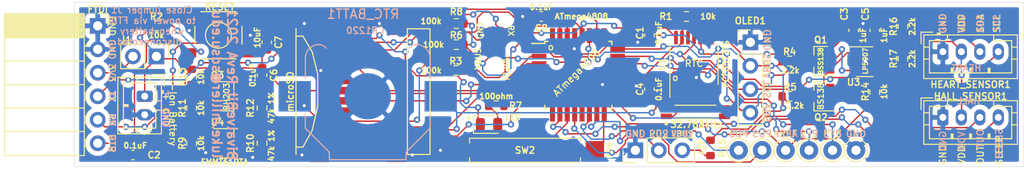
<source format=kicad_pcb>
(kicad_pcb (version 20171130) (host pcbnew "(5.1.10)-1")
  (title_block (title BivalveBit) (rev A))
  (layers (0 F.Cu signal) (31 B.Cu signal) (34 B.Paste user) (35 F.Paste user) (36 B.SilkS user) (37 F.SilkS user) (38 B.Mask user) (39 F.Mask user) (44 Edge.Cuts user))
  (net 0 "")
  (net 1 GND)
  (net 2 VBUS)
  (net 3 /DTR)
  (net 4 VDD)
  (net 5 "Net-(Crystal_32.768kHz1-Pad4)")
  (net 6 "Net-(Crystal_32.768kHz1-Pad3)")
  (net 7 "Net-(Crystal_32.768kHz1-Pad2)")
  (net 8 "Net-(Crystal_32.768kHz1-Pad1)")
  (net 9 "Net-(D1-Pad2)")
  (net 10 /TO_FTDI_RX)
  (net 11 /TO_FTDI_TX)
  (net 12 /HALL_SLEEP)
  (net 13 /HALL_OUT)
  (net 14 /SCL1)
  (net 15 /SDA1)
  (net 16 /PF2)
  (net 17 /PF3)
  (net 18 /PD4)
  (net 19 /PD5)
  (net 20 "Net-(J6-Pad3)")
  (net 21 /PD2)
  (net 22 /AREF)
  (net 23 /RSV1)
  (net 24 /MISO)
  (net 25 /SCK)
  (net 26 /MOSI)
  (net 27 /CS)
  (net 28 /RSV2)
  (net 29 /SDA)
  (net 30 /SCL)
  (net 31 "Net-(PROGRAM_HEADER1-Pad3)")
  (net 32 /UPDI)
  (net 33 "Net-(Q3-Pad3)")
  (net 34 "Net-(Q3-Pad1)")
  (net 35 /32kHz)
  (net 36 +BATT)
  (net 37 /LED)
  (net 38 /BATT_MON_EN)
  (net 39 /BATT_MONITOR)
  (net 40 "Net-(R11-Pad1)")
  (net 41 "Net-(RESET1-Pad4)")
  (net 42 /PD6)
  (net 43 "Net-(U1-Pad12)")
  (net 44 "Net-(U1-Pad9)")
  (net 45 "Net-(U1-Pad8)")
  (net 46 "Net-(U1-Pad7)")
  (net 47 "Net-(U1-Pad6)")
  (net 48 "Net-(U1-Pad3)")
  (net 49 "Net-(U2-Pad25)")
  (net 50 /VREG_EN)
  (net 51 "Net-(U2-Pad21)")
  (net 52 "Net-(U2-Pad13)")
  (net 53 "Net-(U2-Pad9)")
  (net 54 "Net-(U3-Pad4)")
  (net 55 /3V3_FTDI)
  (net 56 /TO_RESET)
  (module Battery:BatteryHolder_Keystone_3000_1x12mm_small_pad (layer B.Cu) (at 132.08 130.81)
    (fp_text reference RTC_BATT1 (at -0.508 -8.89) (layer B.SilkS) (effects (justify mirror)))
    (fp_text value Battery_Cell)
    (pad 2 smd circle (at 0 0) (size 5 5) (layers B.Cu B.Mask) (net 1 GND))
    (pad 1 smd rect (at 7.9 0) (size 3.5 3.3) (layers B.Cu B.Paste B.Mask) (net 36 +BATT))
    (pad 1 smd rect (at -7.9 0) (size 3.5 3.3) (layers B.Cu B.Paste B.Mask) (net 36 +BATT))
  )
  (module Connector_PinHeader_2.54mm:PinHeader_1x02_P2.54mm_Vertical (layer F.Cu) (at 109.22 126.492 270)
    (fp_text reference J1 (at -1.778 3.302 180) (layer F.SilkS) (effects (font (size 0.7112 0.7112))))
    (fp_text value Conn_01x02_Male)
    (pad 2 thru_hole oval (at 0 2.54 270) (size 1.7 1.7) (drill 1) (layers *.Cu *.Mask) (net 55 /3V3_FTDI))
    (pad 1 thru_hole rect (at 0 0 270) (size 1.7 1.7) (drill 1) (layers *.Cu *.Mask) (net 2 VBUS))
  )
  (module Resistor_SMD:R_0603_1608Metric (layer F.Cu) (at 189.992 126.746 270)
    (fp_text reference R17 (at 0 1.016 90) (layer F.SilkS) (effects (font (size 0.7112 0.7112))))
    (fp_text value 2.2k (at 0 -1.016 90) (layer F.SilkS) (effects (font (size 0.6096 0.6096))))
    (pad 2 smd roundrect (at 0.825 0 270) (size 0.8 0.95) (layers F.Cu F.Paste F.Mask) (net 14 /SCL1))
    (pad 1 smd roundrect (at -0.825 0 270) (size 0.8 0.95) (layers F.Cu F.Paste F.Mask) (net 4 VDD))
  )
  (module Resistor_SMD:R_0603_1608Metric (layer F.Cu) (at 189.992 123.253 90)
    (fp_text reference R16 (at 0 -1.016 90) (layer F.SilkS) (effects (font (size 0.7112 0.7112))))
    (fp_text value 2.2k (at 0 1.016 90) (layer F.SilkS) (effects (font (size 0.6096 0.6096))))
    (pad 2 smd roundrect (at 0.825 0 90) (size 0.8 0.95) (layers F.Cu F.Paste F.Mask) (net 15 /SDA1))
    (pad 1 smd roundrect (at -0.825 0 90) (size 0.8 0.95) (layers F.Cu F.Paste F.Mask) (net 4 VDD))
  )
  (module Package_TO_SOT_SMD:SOT-23 (layer F.Cu) (at 116.84 135.89)
    (fp_text reference U4 (at -1.016 -2.286) (layer F.SilkS) (effects (font (size 0.7112 0.7112))))
    (fp_text value FMMT619TA (at -0.254 2.032) (layer F.SilkS) (effects (font (size 0.6096 0.6096))))
    (pad 3 smd rect (at 1 0) (size 0.9 0.8) (layers F.Cu F.Paste F.Mask) (net 34 "Net-(Q3-Pad1)"))
    (pad 2 smd rect (at -1 0.95) (size 0.9 0.8) (layers F.Cu F.Paste F.Mask) (net 1 GND))
    (pad 1 smd rect (at -1 -0.95) (size 0.9 0.8) (layers F.Cu F.Paste F.Mask) (net 40 "Net-(R11-Pad1)"))
  )
  (module Package_TO_SOT_SMD:SOT-23-5 (layer F.Cu) (at 185.844 127.066)
    (fp_text reference U3 (at -1.186 2.22) (layer F.SilkS) (effects (font (size 0.7112 0.7112))))
    (fp_text value LP5907 (at 0.084 -0.066 90) (layer F.SilkS) (effects (font (size 0.508 0.508) (thickness 0.127))))
    (pad 5 smd rect (at 1.1 -0.95) (size 1.06 0.65) (layers F.Cu F.Paste F.Mask) (net 4 VDD))
    (pad 4 smd rect (at 1.1 0.95) (size 1.06 0.65) (layers F.Cu F.Paste F.Mask) (net 54 "Net-(U3-Pad4)"))
    (pad 3 smd rect (at -1.1 0.95) (size 1.06 0.65) (layers F.Cu F.Paste F.Mask) (net 50 /VREG_EN))
    (pad 2 smd rect (at -1.1 0) (size 1.06 0.65) (layers F.Cu F.Paste F.Mask) (net 1 GND))
    (pad 1 smd rect (at -1.1 -0.95) (size 1.06 0.65) (layers F.Cu F.Paste F.Mask) (net 2 VBUS))
  )
  (module Package_QFP:TQFP-32_7x7mm_P0.8mm (layer F.Cu) (at 154.872 128.492)
    (fp_text reference U2)
    (fp_text value ATmega4808 (at 0.322 -6.318) (layer F.SilkS) (effects (font (size 0.6096 0.6096))))
    (pad 32 smd rect (at -2.8 -4.25 90) (size 1.6 0.55) (layers F.Cu F.Paste F.Mask) (net 29 /SDA))
    (pad 31 smd rect (at -2 -4.25 90) (size 1.6 0.55) (layers F.Cu F.Paste F.Mask) (net 10 /TO_FTDI_RX))
    (pad 30 smd rect (at -1.2 -4.25 90) (size 1.6 0.55) (layers F.Cu F.Paste F.Mask) (net 11 /TO_FTDI_TX))
    (pad 29 smd rect (at -0.4 -4.25 90) (size 1.6 0.55) (layers F.Cu F.Paste F.Mask) (net 1 GND))
    (pad 28 smd rect (at 0.4 -4.25 90) (size 1.6 0.55) (layers F.Cu F.Paste F.Mask) (net 2 VBUS))
    (pad 27 smd rect (at 1.2 -4.25 90) (size 1.6 0.55) (layers F.Cu F.Paste F.Mask) (net 32 /UPDI))
    (pad 26 smd rect (at 2 -4.25 90) (size 1.6 0.55) (layers F.Cu F.Paste F.Mask) (net 56 /TO_RESET))
    (pad 25 smd rect (at 2.8 -4.25 90) (size 1.6 0.55) (layers F.Cu F.Paste F.Mask) (net 49 "Net-(U2-Pad25)"))
    (pad 24 smd rect (at 4.25 -2.8) (size 1.6 0.55) (layers F.Cu F.Paste F.Mask) (net 50 /VREG_EN))
    (pad 23 smd rect (at 4.25 -2) (size 1.6 0.55) (layers F.Cu F.Paste F.Mask) (net 17 /PF3))
    (pad 22 smd rect (at 4.25 -1.2) (size 1.6 0.55) (layers F.Cu F.Paste F.Mask) (net 16 /PF2))
    (pad 21 smd rect (at 4.25 -0.4) (size 1.6 0.55) (layers F.Cu F.Paste F.Mask) (net 51 "Net-(U2-Pad21)"))
    (pad 20 smd rect (at 4.25 0.4) (size 1.6 0.55) (layers F.Cu F.Paste F.Mask) (net 35 /32kHz))
    (pad 19 smd rect (at 4.25 1.2) (size 1.6 0.55) (layers F.Cu F.Paste F.Mask) (net 1 GND))
    (pad 18 smd rect (at 4.25 2) (size 1.6 0.55) (layers F.Cu F.Paste F.Mask) (net 4 VDD))
    (pad 17 smd rect (at 4.25 2.8) (size 1.6 0.55) (layers F.Cu F.Paste F.Mask) (net 22 /AREF))
    (pad 16 smd rect (at 2.8 4.25 90) (size 1.6 0.55) (layers F.Cu F.Paste F.Mask) (net 42 /PD6))
    (pad 15 smd rect (at 2 4.25 90) (size 1.6 0.55) (layers F.Cu F.Paste F.Mask) (net 19 /PD5))
    (pad 14 smd rect (at 1.2 4.25 90) (size 1.6 0.55) (layers F.Cu F.Paste F.Mask) (net 18 /PD4))
    (pad 13 smd rect (at 0.4 4.25 90) (size 1.6 0.55) (layers F.Cu F.Paste F.Mask) (net 52 "Net-(U2-Pad13)"))
    (pad 12 smd rect (at -0.4 4.25 90) (size 1.6 0.55) (layers F.Cu F.Paste F.Mask) (net 21 /PD2))
    (pad 11 smd rect (at -1.2 4.25 90) (size 1.6 0.55) (layers F.Cu F.Paste F.Mask) (net 39 /BATT_MONITOR))
    (pad 10 smd rect (at -2 4.25 90) (size 1.6 0.55) (layers F.Cu F.Paste F.Mask) (net 13 /HALL_OUT))
    (pad 9 smd rect (at -2.8 4.25 90) (size 1.6 0.55) (layers F.Cu F.Paste F.Mask) (net 53 "Net-(U2-Pad9)"))
    (pad 8 smd rect (at -4.25 2.8) (size 1.6 0.55) (layers F.Cu F.Paste F.Mask) (net 12 /HALL_SLEEP))
    (pad 7 smd rect (at -4.25 2) (size 1.6 0.55) (layers F.Cu F.Paste F.Mask) (net 38 /BATT_MON_EN))
    (pad 6 smd rect (at -4.25 1.2) (size 1.6 0.55) (layers F.Cu F.Paste F.Mask) (net 37 /LED))
    (pad 5 smd rect (at -4.25 0.4) (size 1.6 0.55) (layers F.Cu F.Paste F.Mask) (net 27 /CS))
    (pad 4 smd rect (at -4.25 -0.4) (size 1.6 0.55) (layers F.Cu F.Paste F.Mask) (net 25 /SCK))
    (pad 3 smd rect (at -4.25 -1.2) (size 1.6 0.55) (layers F.Cu F.Paste F.Mask) (net 24 /MISO))
    (pad 2 smd rect (at -4.25 -2) (size 1.6 0.55) (layers F.Cu F.Paste F.Mask) (net 26 /MOSI))
    (pad 1 smd rect (at -4.25 -2.8) (size 1.6 0.55) (layers F.Cu F.Paste F.Mask) (net 30 /SCL))
  )
  (module Package_SO:TSSOP-14_4.4x5mm_P0.65mm (layer F.Cu) (at 167.386 127.3225 90)
    (fp_text reference U1 (at 0 -3.45 90) (layer F.SilkS) (effects (font (size 0.7112 0.7112))))
    (fp_text value PCF8523TS (at 0 3.45 90) (layer F.SilkS) (effects (font (size 0.6096 0.6096))))
    (pad 14 smd roundrect (at 2.8625 -1.95 90) (size 1.475 0.4) (layers F.Cu F.Paste F.Mask) (net 2 VBUS))
    (pad 13 smd roundrect (at 2.8625 -1.3 90) (size 1.475 0.4) (layers F.Cu F.Paste F.Mask) (net 35 /32kHz))
    (pad 12 smd roundrect (at 2.8625 -0.65 90) (size 1.475 0.4) (layers F.Cu F.Paste F.Mask) (net 43 "Net-(U1-Pad12)"))
    (pad 11 smd roundrect (at 2.8625 0 90) (size 1.475 0.4) (layers F.Cu F.Paste F.Mask) (net 30 /SCL))
    (pad 10 smd roundrect (at 2.8625 0.65 90) (size 1.475 0.4) (layers F.Cu F.Paste F.Mask) (net 29 /SDA))
    (pad 9 smd roundrect (at 2.8625 1.3 90) (size 1.475 0.4) (layers F.Cu F.Paste F.Mask) (net 44 "Net-(U1-Pad9)"))
    (pad 8 smd roundrect (at 2.8625 1.95 90) (size 1.475 0.4) (layers F.Cu F.Paste F.Mask) (net 45 "Net-(U1-Pad8)"))
    (pad 7 smd roundrect (at -2.8625 1.95 90) (size 1.475 0.4) (layers F.Cu F.Paste F.Mask) (net 46 "Net-(U1-Pad7)"))
    (pad 6 smd roundrect (at -2.8625 1.3 90) (size 1.475 0.4) (layers F.Cu F.Paste F.Mask) (net 47 "Net-(U1-Pad6)"))
    (pad 5 smd roundrect (at -2.8625 0.65 90) (size 1.475 0.4) (layers F.Cu F.Paste F.Mask) (net 1 GND))
    (pad 4 smd roundrect (at -2.8625 0 90) (size 1.475 0.4) (layers F.Cu F.Paste F.Mask) (net 36 +BATT))
    (pad 3 smd roundrect (at -2.8625 -0.65 90) (size 1.475 0.4) (layers F.Cu F.Paste F.Mask) (net 48 "Net-(U1-Pad3)"))
    (pad 2 smd roundrect (at -2.8625 -1.3 90) (size 1.475 0.4) (layers F.Cu F.Paste F.Mask) (net 5 "Net-(Crystal_32.768kHz1-Pad4)"))
    (pad 1 smd roundrect (at -2.8625 -1.95 90) (size 1.475 0.4) (layers F.Cu F.Paste F.Mask) (net 8 "Net-(Crystal_32.768kHz1-Pad1)"))
  )
  (module Button_Switch_SMD:SW_SPST_REED_CT10-XXXX-G1 (layer F.Cu) (at 149.098 136.652)
    (fp_text reference SW2 (at 0 0) (layer F.SilkS) (effects (font (size 0.7112 0.7112))))
    (fp_text value SW_Reed)
    (pad 2 smd rect (at 7.56 0) (size 2 2) (layers F.Cu F.Paste F.Mask) (net 42 /PD6))
    (pad 1 smd rect (at -7.56 0) (size 2 2) (layers F.Cu F.Paste F.Mask) (net 1 GND))
  )
  (module Switch_CK_PTS525SM15SMTR2:SW_PTS525SM15SMTR2LFS (layer F.Cu) (at 115.926 124.206)
    (fp_text reference RESET (at 0.152 -3.048) (layer F.SilkS) (effects (font (size 0.7112 0.7112))))
    (fp_text value PTS525SM15SMTR2LFS)
    (pad 4 smd rect (at 3.2 1.9) (size 1.6 1) (layers F.Cu F.Paste F.Mask) (net 41 "Net-(RESET1-Pad4)"))
    (pad 3 smd rect (at -3.2 1.9) (size 1.6 1) (layers F.Cu F.Paste F.Mask) (net 56 /TO_RESET))
    (pad 2 smd rect (at 3.2 -1.9) (size 1.6 1) (layers F.Cu F.Paste F.Mask) (net 1 GND))
    (pad 1 smd rect (at -3.2 -1.9) (size 1.6 1) (layers F.Cu F.Paste F.Mask) (net 1 GND))
  )
  (module Resistor_SMD:R_0603_1608Metric (layer F.Cu) (at 169.164 136.398 270)
    (fp_text reference R15 (at 0 -1.27 90) (layer F.SilkS) (effects (font (size 0.7112 0.7112))))
    (fp_text value 10k (at -0.063 1.016 90) (layer F.SilkS) (effects (font (size 0.6096 0.6096))))
    (pad 2 smd roundrect (at 0.825 0 270) (size 0.8 0.95) (layers F.Cu F.Paste F.Mask) (net 20 "Net-(J6-Pad3)"))
    (pad 1 smd roundrect (at -0.825 0 270) (size 0.8 0.95) (layers F.Cu F.Paste F.Mask) (net 2 VBUS))
  )
  (module Resistor_SMD:R_0603_1608Metric (layer F.Cu) (at 186.944 130.365 270)
    (fp_text reference R14 (at -0.063 1.016 90) (layer F.SilkS) (effects (font (size 0.7112 0.7112))))
    (fp_text value 10k (at -0.063 -1.016 90) (layer F.SilkS) (effects (font (size 0.6096 0.6096))))
    (pad 2 smd roundrect (at 0.825 0 270) (size 0.8 0.95) (layers F.Cu F.Paste F.Mask) (net 22 /AREF))
    (pad 1 smd roundrect (at -0.825 0 270) (size 0.8 0.95) (layers F.Cu F.Paste F.Mask) (net 4 VDD))
  )
  (module Resistor_SMD:R_0603_1608Metric (layer F.Cu) (at 113.03 128.715 90)
    (fp_text reference R13 (at 0 -1.016 90) (layer F.SilkS) (effects (font (size 0.7112 0.7112))))
    (fp_text value 10k (at 0 1.016 90) (layer F.SilkS) (effects (font (size 0.6096 0.6096))))
    (pad 2 smd roundrect (at 0.825 0 90) (size 0.8 0.95) (layers F.Cu F.Paste F.Mask) (net 2 VBUS))
    (pad 1 smd roundrect (at -0.825 0 90) (size 0.8 0.95) (layers F.Cu F.Paste F.Mask) (net 34 "Net-(Q3-Pad1)"))
  )
  (module Resistor_SMD:R_0603_1608Metric (layer F.Cu) (at 120.65 132.08 90)
    (fp_text reference R12 (at 0 -1.27 90) (layer F.SilkS) (effects (font (size 0.7112 0.7112))))
    (fp_text value "47k 1%" (at 0 1.016 90) (layer F.SilkS) (effects (font (size 0.6096 0.6096))))
    (pad 2 smd roundrect (at 0.825 0 90) (size 0.8 0.95) (layers F.Cu F.Paste F.Mask) (net 33 "Net-(Q3-Pad3)"))
    (pad 1 smd roundrect (at -0.825 0 90) (size 0.8 0.95) (layers F.Cu F.Paste F.Mask) (net 39 /BATT_MONITOR))
  )
  (module Resistor_SMD:R_0603_1608Metric (layer F.Cu) (at 113.03 132.08 90)
    (fp_text reference R11 (at 0 -1.016 90) (layer F.SilkS) (effects (font (size 0.7112 0.7112))))
    (fp_text value 10k (at 0 1.016 90) (layer F.SilkS) (effects (font (size 0.6096 0.6096))))
    (pad 2 smd roundrect (at 0.825 0 90) (size 0.8 0.95) (layers F.Cu F.Paste F.Mask) (net 38 /BATT_MON_EN))
    (pad 1 smd roundrect (at -0.825 0 90) (size 0.8 0.95) (layers F.Cu F.Paste F.Mask) (net 40 "Net-(R11-Pad1)"))
  )
  (module Resistor_SMD:R_0603_1608Metric (layer F.Cu) (at 120.65 135.89 90)
    (fp_text reference R10 (at 0 -1.27 90) (layer F.SilkS) (effects (font (size 0.7112 0.7112))))
    (fp_text value "47k 1%" (at -0.254 1.016 90) (layer F.SilkS) (effects (font (size 0.6096 0.6096))))
    (pad 2 smd roundrect (at 0.825 0 90) (size 0.8 0.95) (layers F.Cu F.Paste F.Mask) (net 39 /BATT_MONITOR))
    (pad 1 smd roundrect (at -0.825 0 90) (size 0.8 0.95) (layers F.Cu F.Paste F.Mask) (net 1 GND))
  )
  (module Resistor_SMD:R_0603_1608Metric (layer F.Cu) (at 113.03 135.89 90)
    (fp_text reference R9 (at 0 -1.016 90) (layer F.SilkS) (effects (font (size 0.7112 0.7112))))
    (fp_text value 10k (at 0 1.016 90) (layer F.SilkS) (effects (font (size 0.6096 0.6096))))
    (pad 2 smd roundrect (at 0.825 0 90) (size 0.8 0.95) (layers F.Cu F.Paste F.Mask) (net 38 /BATT_MON_EN))
    (pad 1 smd roundrect (at -0.825 0 90) (size 0.8 0.95) (layers F.Cu F.Paste F.Mask) (net 1 GND))
  )
  (module Resistor_SMD:R_0603_1608Metric (layer F.Cu) (at 141.669 122.936 180)
    (fp_text reference R8 (at 0 1.27) (layer F.SilkS) (effects (font (size 0.7112 0.7112))))
    (fp_text value 100k (at 2.731 0.254) (layer F.SilkS) (effects (font (size 0.6096 0.6096))))
    (pad 2 smd roundrect (at 0.825 0 180) (size 0.8 0.95) (layers F.Cu F.Paste F.Mask) (net 23 /RSV1))
    (pad 1 smd roundrect (at -0.825 0 180) (size 0.8 0.95) (layers F.Cu F.Paste F.Mask) (net 2 VBUS))
  )
  (module Resistor_SMD:R_0603_1608Metric (layer F.Cu) (at 145.987 131.826 180)
    (fp_text reference R7 (at -2.095 0) (layer F.SilkS) (effects (font (size 0.7112 0.7112))))
    (fp_text value 100ohm (at 0 1.016) (layer F.SilkS) (effects (font (size 0.6096 0.6096))))
    (pad 2 smd roundrect (at 0.825 0 180) (size 0.8 0.95) (layers F.Cu F.Paste F.Mask) (net 9 "Net-(D1-Pad2)"))
    (pad 1 smd roundrect (at -0.825 0 180) (size 0.8 0.95) (layers F.Cu F.Paste F.Mask) (net 37 /LED))
  )
  (module Resistor_SMD:R_0603_1608Metric (layer F.Cu) (at 141.669 125.222 180)
    (fp_text reference R6 (at 0 1.016) (layer F.SilkS) (effects (font (size 0.7112 0.7112))))
    (fp_text value 100k (at 2.477 0) (layer F.SilkS) (effects (font (size 0.6096 0.6096))))
    (pad 2 smd roundrect (at 0.825 0 180) (size 0.8 0.95) (layers F.Cu F.Paste F.Mask) (net 28 /RSV2))
    (pad 1 smd roundrect (at -0.825 0 180) (size 0.8 0.95) (layers F.Cu F.Paste F.Mask) (net 2 VBUS))
  )
  (module Resistor_SMD:R_0603_1608Metric (layer F.Cu) (at 177.737 130.81)
    (fp_text reference R5 (at 0.063 -1.016) (layer F.SilkS) (effects (font (size 0.7112 0.7112))))
    (fp_text value 2.2k (at 0.571 1.016) (layer F.SilkS) (effects (font (size 0.6096 0.6096))))
    (pad 2 smd roundrect (at 0.825 0) (size 0.8 0.95) (layers F.Cu F.Paste F.Mask) (net 30 /SCL))
    (pad 1 smd roundrect (at -0.825 0) (size 0.8 0.95) (layers F.Cu F.Paste F.Mask) (net 2 VBUS))
  )
  (module Resistor_SMD:R_0603_1608Metric (layer F.Cu) (at 177.737 127)
    (fp_text reference R4 (at 0 -1.016) (layer F.SilkS) (effects (font (size 0.7112 0.7112))))
    (fp_text value 2.2k (at 0.063 1.016) (layer F.SilkS) (effects (font (size 0.6096 0.6096))))
    (pad 2 smd roundrect (at 0.825 0) (size 0.8 0.95) (layers F.Cu F.Paste F.Mask) (net 29 /SDA))
    (pad 1 smd roundrect (at -0.825 0) (size 0.8 0.95) (layers F.Cu F.Paste F.Mask) (net 2 VBUS))
  )
  (module Resistor_SMD:R_0603_1608Metric (layer F.Cu) (at 141.614772 128.01272)
    (fp_text reference R3 (at 0 -1.01272) (layer F.SilkS) (effects (font (size 0.7112 0.7112))))
    (fp_text value 100k (at -2.676772 0.00328) (layer F.SilkS) (effects (font (size 0.6096 0.6096))))
    (pad 2 smd roundrect (at 0.825 0) (size 0.8 0.95) (layers F.Cu F.Paste F.Mask) (net 32 /UPDI))
    (pad 1 smd roundrect (at -0.825 0) (size 0.8 0.95) (layers F.Cu F.Paste F.Mask) (net 2 VBUS))
  )
  (module Resistor_SMD:R_0603_1608Metric (layer F.Cu) (at 109.22 123.19)
    (fp_text reference R2 (at 0 -1.016) (layer F.SilkS) (effects (font (size 0.7112 0.7112))))
    (fp_text value 10k (at 0 1.016) (layer F.SilkS) (effects (font (size 0.6096 0.6096))))
    (pad 2 smd roundrect (at 0.825 0) (size 0.8 0.95) (layers F.Cu F.Paste F.Mask) (net 56 /TO_RESET))
    (pad 1 smd roundrect (at -0.825 0) (size 0.8 0.95) (layers F.Cu F.Paste F.Mask) (net 2 VBUS))
  )
  (module Resistor_SMD:R_0603_1608Metric (layer F.Cu) (at 166.561 122.174)
    (fp_text reference R1 (at -2.223 0) (layer F.SilkS) (effects (font (size 0.7112 0.7112))))
    (fp_text value 10k (at 2.349 0) (layer F.SilkS) (effects (font (size 0.6096 0.6096))))
    (pad 2 smd roundrect (at 0.825 0) (size 0.8 0.95) (layers F.Cu F.Paste F.Mask) (net 35 /32kHz))
    (pad 1 smd roundrect (at -0.825 0) (size 0.8 0.95) (layers F.Cu F.Paste F.Mask) (net 2 VBUS))
  )
  (module Package_TO_SOT_SMD:SOT-23 (layer F.Cu) (at 116.84 130.81)
    (fp_text reference Q3 (at -1.016 -2.286) (layer F.SilkS) (effects (font (size 0.7112 0.7112))))
    (fp_text value "IRLML5203 or BH203,215" hide)
    (pad 3 smd rect (at 1 0) (size 0.9 0.8) (layers F.Cu F.Paste F.Mask) (net 33 "Net-(Q3-Pad3)"))
    (pad 2 smd rect (at -1 0.95) (size 0.9 0.8) (layers F.Cu F.Paste F.Mask) (net 2 VBUS))
    (pad 1 smd rect (at -1 -0.95) (size 0.9 0.8) (layers F.Cu F.Paste F.Mask) (net 34 "Net-(Q3-Pad1)"))
  )
  (module Package_TO_SOT_SMD:SOT-23 (layer F.Cu) (at 181.118 130.81 180)
    (fp_text reference Q2 (at 0 -2.286) (layer F.SilkS) (effects (font (size 0.7112 0.7112))))
    (fp_text value BSS138)
    (pad 3 smd rect (at 1 0 180) (size 0.9 0.8) (layers F.Cu F.Paste F.Mask) (net 30 /SCL))
    (pad 2 smd rect (at -1 0.95 180) (size 0.9 0.8) (layers F.Cu F.Paste F.Mask) (net 14 /SCL1))
    (pad 1 smd rect (at -1 -0.95 180) (size 0.9 0.8) (layers F.Cu F.Paste F.Mask) (net 2 VBUS))
  )
  (module Package_TO_SOT_SMD:SOT-23 (layer F.Cu) (at 181.118 127 180)
    (fp_text reference Q1 (at 0.016 2.286) (layer F.SilkS) (effects (font (size 0.7112 0.7112))))
    (fp_text value BSS138 (at 0.016 0 90) (layer F.SilkS) (effects (font (size 0.508 0.508) (thickness 0.127))))
    (pad 3 smd rect (at 1 0 180) (size 0.9 0.8) (layers F.Cu F.Paste F.Mask) (net 29 /SDA))
    (pad 2 smd rect (at -1 0.95 180) (size 0.9 0.8) (layers F.Cu F.Paste F.Mask) (net 15 /SDA1))
    (pad 1 smd rect (at -1 -0.95 180) (size 0.9 0.8) (layers F.Cu F.Paste F.Mask) (net 2 VBUS))
  )
  (module Connector:Tag-Connect_TC2030-IDC-NL_2x03_P1.27mm_Vertical (layer F.Cu) (at 145.923 124.968 90)
    (fp_text reference PROGRAM_HEADER1)
    (fp_text value TC2030-IDC-NL-UPDI)
    (pad 6 connect circle (at 1.27 -0.635 90) (size 0.7874 0.7874) (layers F.Cu F.Mask) (net 1 GND))
    (pad 5 connect circle (at 1.27 0.635 90) (size 0.7874 0.7874) (layers F.Cu F.Mask) (net 10 /TO_FTDI_RX))
    (pad 4 connect circle (at 0 -0.635 90) (size 0.7874 0.7874) (layers F.Cu F.Mask) (net 11 /TO_FTDI_TX))
    (pad 3 connect circle (at 0 0.635 90) (size 0.7874 0.7874) (layers F.Cu F.Mask) (net 31 "Net-(PROGRAM_HEADER1-Pad3)"))
    (pad 2 connect circle (at -1.27 -0.635 90) (size 0.7874 0.7874) (layers F.Cu F.Mask) (net 2 VBUS))
    (pad 1 connect circle (at -1.27 0.635 90) (size 0.7874 0.7874) (layers F.Cu F.Mask) (net 32 /UPDI))
    (pad "" np_thru_hole circle (at -2.54 0 90) (size 0.9906 0.9906) (drill 0.9906) (layers *.Cu *.Mask))
    (pad "" np_thru_hole circle (at 2.54 1.016 90) (size 0.9906 0.9906) (drill 0.9906) (layers *.Cu *.Mask))
    (pad "" np_thru_hole circle (at 2.54 -1.016 90) (size 0.9906 0.9906) (drill 0.9906) (layers *.Cu *.Mask))
  )
  (module Connector_JST:JST_PH_B2B-PH-K_1x02_P2.00mm_Vertical (layer F.Cu) (at 107.95 130.81 270)
    (fp_text reference PRIMARY_BATTERY1)
    (fp_text value Conn_01x02)
    (pad 2 thru_hole oval (at 2 0 270) (size 1.2 1.75) (drill 0.75) (layers *.Cu *.Mask) (net 1 GND))
    (pad 1 thru_hole roundrect (at 0 0 270) (size 1.2 1.75) (drill 0.75) (layers *.Cu *.Mask) (roundrect_rratio 0.2083325) (net 2 VBUS))
  )
  (module Connector_PinHeader_2.54mm:PinHeader_1x04_P2.54mm_Vertical (layer F.Cu) (at 173.482 124.968)
    (fp_text reference OLED1 (at 0 -2.33) (layer F.SilkS) (effects (font (size 0.7112 0.7112))))
    (fp_text value Conn_01x04)
    (pad 4 thru_hole oval (at 0 7.62) (size 1.7 1.7) (drill 1) (layers *.Cu *.Mask) (net 29 /SDA))
    (pad 3 thru_hole oval (at 0 5.08) (size 1.7 1.7) (drill 1) (layers *.Cu *.Mask) (net 30 /SCL))
    (pad 2 thru_hole oval (at 0 2.54) (size 1.7 1.7) (drill 1) (layers *.Cu *.Mask) (net 2 VBUS))
    (pad 1 thru_hole rect (at 0 0) (size 1.7 1.7) (drill 1) (layers *.Cu *.Mask) (net 1 GND))
  )
  (module MOLEX_microSD_47219-2001:MOLEX_47219-2001 (layer F.Cu) (at 131.572 130.302 270)
    (fp_text reference microSD (at 0 7.874 270) (layer F.SilkS) (effects (font (size 0.7112 0.7112))))
    (fp_text value 47219-2001)
    (pad G4 smd rect (at -6.875 4.7 270) (size 1.5 2.05) (layers F.Cu F.Paste F.Mask) (net 1 GND))
    (pad G3 smd rect (at -6.875 -3.6 270) (size 1.5 2.05) (layers F.Cu F.Paste F.Mask) (net 1 GND))
    (pad G2 smd rect (at 6.875 -3.6 270) (size 1.5 2.05) (layers F.Cu F.Paste F.Mask) (net 1 GND))
    (pad G1 smd rect (at 6.875 4.7 270) (size 1.5 2.05) (layers F.Cu F.Paste F.Mask) (net 1 GND))
    (pad 8 smd rect (at -4.5 2.1 270) (size 0.8 1.5) (layers F.Cu F.Paste F.Mask) (net 23 /RSV1))
    (pad 7 smd rect (at -3.4 2.1 270) (size 0.8 1.5) (layers F.Cu F.Paste F.Mask) (net 24 /MISO))
    (pad 6 smd rect (at -2.3 2.1 270) (size 0.8 1.5) (layers F.Cu F.Paste F.Mask) (net 1 GND))
    (pad 5 smd rect (at -1.2 2.1 270) (size 0.8 1.5) (layers F.Cu F.Paste F.Mask) (net 25 /SCK))
    (pad 4 smd rect (at -0.1 2.1 270) (size 0.8 1.5) (layers F.Cu F.Paste F.Mask) (net 2 VBUS))
    (pad 3 smd rect (at 1 2.1 270) (size 0.8 1.5) (layers F.Cu F.Paste F.Mask) (net 26 /MOSI))
    (pad 2 smd rect (at 2.1 2.1 270) (size 0.8 1.5) (layers F.Cu F.Paste F.Mask) (net 27 /CS))
    (pad 1 smd rect (at 3.2 2.1 270) (size 0.8 1.5) (layers F.Cu F.Paste F.Mask) (net 28 /RSV2))
  )
  (module Connector_Pin:Pin_D1.0mm_L10.0mm (layer F.Cu) (at 177.292 136.652)
    (fp_text reference J7)
    (fp_text value Conn_01x01_Male)
    (pad 1 thru_hole circle (at 0 0) (size 2 2) (drill 1) (layers *.Cu *.Mask) (net 22 /AREF))
  )
  (module Connector_PinHeader_2.54mm:PinHeader_1x03_P2.54mm_Vertical (layer F.Cu) (at 161.036 136.652 90)
    (fp_text reference J6)
    (fp_text value Conn_01x03_Male)
    (pad 3 thru_hole oval (at 0 5.08 90) (size 1.7 1.7) (drill 1) (layers *.Cu *.Mask) (net 20 "Net-(J6-Pad3)"))
    (pad 2 thru_hole oval (at 0 2.54 90) (size 1.7 1.7) (drill 1) (layers *.Cu *.Mask) (net 21 /PD2))
    (pad 1 thru_hole rect (at 0 0 90) (size 1.7 1.7) (drill 1) (layers *.Cu *.Mask) (net 1 GND))
  )
  (module Connector_Pin:Pin_D1.0mm_L10.0mm (layer F.Cu) (at 174.752 136.652)
    (fp_text reference J5)
    (fp_text value Conn_01x01_Male)
    (pad 1 thru_hole circle (at 0 0) (size 2 2) (drill 1) (layers *.Cu *.Mask) (net 19 /PD5))
  )
  (module Connector_Pin:Pin_D1.0mm_L10.0mm (layer F.Cu) (at 172.212 136.652)
    (fp_text reference J4)
    (fp_text value Conn_01x01_Male)
    (pad 1 thru_hole circle (at 0 0) (size 2 2) (drill 1) (layers *.Cu *.Mask) (net 18 /PD4))
  )
  (module Connector_Pin:Pin_D1.0mm_L10.0mm (layer F.Cu) (at 182.372 136.652)
    (fp_text reference J3)
    (fp_text value Conn_01x01_Male)
    (pad 1 thru_hole circle (at 0 0) (size 2 2) (drill 1) (layers *.Cu *.Mask) (net 17 /PF3))
  )
  (module Connector_Pin:Pin_D1.0mm_L10.0mm (layer F.Cu) (at 179.832 136.652)
    (fp_text reference J2)
    (fp_text value Conn_01x01_Male)
    (pad 1 thru_hole circle (at 0 0) (size 2 2) (drill 1) (layers *.Cu *.Mask) (net 16 /PF2))
  )
  (module Connector_JST:JST_PH_B4B-PH-K_1x04_P2.00mm_Vertical (layer F.Cu) (at 194.31 125.984)
    (fp_text reference HEART_SENSOR1 (at 3 3.556) (layer F.SilkS) (effects (font (size 0.7112 0.7112))))
    (fp_text value Conn_01x04_Male)
    (pad 4 thru_hole oval (at 6 0) (size 1.2 1.75) (drill 0.75) (layers *.Cu *.Mask) (net 14 /SCL1))
    (pad 3 thru_hole oval (at 4 0) (size 1.2 1.75) (drill 0.75) (layers *.Cu *.Mask) (net 15 /SDA1))
    (pad 2 thru_hole oval (at 2 0) (size 1.2 1.75) (drill 0.75) (layers *.Cu *.Mask) (net 4 VDD))
    (pad 1 thru_hole roundrect (at 0 0) (size 1.2 1.75) (drill 0.75) (layers *.Cu *.Mask) (roundrect_rratio 0.2083325) (net 1 GND))
  )
  (module Connector_JST:JST_PH_B4B-PH-K_1x04_P2.00mm_Vertical (layer F.Cu) (at 194.31 133.096)
    (fp_text reference HALL_SENSOR1 (at 3 -2.286) (layer F.SilkS) (effects (font (size 0.7112 0.7112))))
    (fp_text value Conn_01x04_Male)
    (pad 4 thru_hole oval (at 6 0) (size 1.2 1.75) (drill 0.75) (layers *.Cu *.Mask) (net 12 /HALL_SLEEP))
    (pad 3 thru_hole oval (at 4 0) (size 1.2 1.75) (drill 0.75) (layers *.Cu *.Mask) (net 13 /HALL_OUT))
    (pad 2 thru_hole oval (at 2 0) (size 1.2 1.75) (drill 0.75) (layers *.Cu *.Mask) (net 4 VDD))
    (pad 1 thru_hole roundrect (at 0 0) (size 1.2 1.75) (drill 0.75) (layers *.Cu *.Mask) (roundrect_rratio 0.2083325) (net 1 GND))
  )
  (module Connector_PinSocket_2.54mm:PinSocket_1x06_P2.54mm_Horizontal (layer F.Cu) (at 102.87 123.19)
    (fp_text reference FTDI (at 0 -1.778) (layer F.SilkS) (effects (font (size 0.7112 0.7112))))
    (fp_text value Conn_01x06)
    (pad 6 thru_hole oval (at 0 12.7) (size 1.7 1.7) (drill 1) (layers *.Cu *.Mask) (net 3 /DTR))
    (pad 5 thru_hole oval (at 0 10.16) (size 1.7 1.7) (drill 1) (layers *.Cu *.Mask) (net 10 /TO_FTDI_RX))
    (pad 4 thru_hole oval (at 0 7.62) (size 1.7 1.7) (drill 1) (layers *.Cu *.Mask) (net 11 /TO_FTDI_TX))
    (pad 3 thru_hole oval (at 0 5.08) (size 1.7 1.7) (drill 1) (layers *.Cu *.Mask) (net 55 /3V3_FTDI))
    (pad 2 thru_hole oval (at 0 2.54) (size 1.7 1.7) (drill 1) (layers *.Cu *.Mask) (net 1 GND))
    (pad 1 thru_hole rect (at 0 0) (size 1.7 1.7) (drill 1) (layers *.Cu *.Mask) (net 1 GND))
  )
  (module LED_SMD:LED_0805_2012Metric (layer F.Cu) (at 145.2095 133.858)
    (fp_text reference D1)
    (fp_text value LED (at 2.6185 -0.762) (layer F.SilkS) (effects (font (size 0.6096 0.6096))))
    (pad 2 smd roundrect (at 0.9375 0) (size 0.975 1.4) (layers F.Cu F.Paste F.Mask) (net 9 "Net-(D1-Pad2)"))
    (pad 1 smd roundrect (at -0.9375 0) (size 0.975 1.4) (layers F.Cu F.Paste F.Mask) (net 2 VBUS))
  )
  (module Crystal_Seiko_SSPT:OSC_SSP-T7-F (layer F.Cu) (at 167.538 132.53 90)
    (fp_text reference 32.768kHz (at -1.328 0.102 180) (layer F.SilkS) (effects (font (size 0.7112 0.7112))))
    (fp_text value SSP-T7-F)
    (pad 4 smd rect (at 0.45 -3.15 90) (size 0.6 1.2) (layers F.Cu F.Paste F.Mask) (net 5 "Net-(Crystal_32.768kHz1-Pad4)"))
    (pad 3 smd rect (at 0.45 3.15 90) (size 0.6 1.2) (layers F.Cu F.Paste F.Mask) (net 6 "Net-(Crystal_32.768kHz1-Pad3)"))
    (pad 2 smd rect (at -0.45 3.15 90) (size 0.6 1.2) (layers F.Cu F.Paste F.Mask) (net 7 "Net-(Crystal_32.768kHz1-Pad2)"))
    (pad 1 smd rect (at -0.45 -3.15 90) (size 0.6 1.2) (layers F.Cu F.Paste F.Mask) (net 8 "Net-(Crystal_32.768kHz1-Pad1)"))
  )
  (module Capacitor_SMD:C_0603_1608Metric (layer F.Cu) (at 150.863 122.174 180)
    (fp_text reference C8 (at 0 -1.27) (layer F.SilkS) (effects (font (size 0.7112 0.7112))))
    (fp_text value 0.1uF (at -0.013 1.016) (layer F.SilkS) (effects (font (size 0.6096 0.6096))))
    (pad 2 smd roundrect (at 0.775 0 180) (size 0.9 0.95) (layers F.Cu F.Paste F.Mask) (net 1 GND))
    (pad 1 smd roundrect (at -0.775 0 180) (size 0.9 0.95) (layers F.Cu F.Paste F.Mask) (net 2 VBUS))
  )
  (module Capacitor_SMD:C_0603_1608Metric (layer F.Cu) (at 121.158 124.968 90)
    (fp_text reference C7 (at 0 1.27 90) (layer F.SilkS) (effects (font (size 0.7112 0.7112))))
    (fp_text value 10uF (at 0.508 -1.016 90) (layer F.SilkS) (effects (font (size 0.6096 0.6096))))
    (pad 2 smd roundrect (at 0.775 0 90) (size 0.9 0.95) (layers F.Cu F.Paste F.Mask) (net 1 GND))
    (pad 1 smd roundrect (at -0.775 0 90) (size 0.9 0.95) (layers F.Cu F.Paste F.Mask) (net 2 VBUS))
  )
  (module Capacitor_SMD:C_0603_1608Metric (layer F.Cu) (at 120.65 128.524 270)
    (fp_text reference C6 (at 0 -1.27 90) (layer F.SilkS) (effects (font (size 0.7112 0.7112))))
    (fp_text value 0.1uF (at 0 1.016 90) (layer F.SilkS) (effects (font (size 0.6096 0.6096))))
    (pad 2 smd roundrect (at 0.775 0 270) (size 0.9 0.95) (layers F.Cu F.Paste F.Mask) (net 1 GND))
    (pad 1 smd roundrect (at -0.775 0 270) (size 0.9 0.95) (layers F.Cu F.Paste F.Mask) (net 2 VBUS))
  )
  (module Capacitor_SMD:C_0603_1608Metric (layer F.Cu) (at 186.944 123.685 90)
    (fp_text reference C5 (at 1.765 -1.016 90) (layer F.SilkS) (effects (font (size 0.7112 0.7112))))
    (fp_text value 1uF (at -0.521 1.016 90) (layer F.SilkS) (effects (font (size 0.6096 0.6096))))
    (pad 2 smd roundrect (at 0.775 0 90) (size 0.9 0.95) (layers F.Cu F.Paste F.Mask) (net 1 GND))
    (pad 1 smd roundrect (at -0.775 0 90) (size 0.9 0.95) (layers F.Cu F.Paste F.Mask) (net 4 VDD))
  )
  (module Capacitor_SMD:C_0603_1608Metric (layer F.Cu) (at 162.56 130.035 90)
    (fp_text reference C4 (at 0 -1.016 90) (layer F.SilkS) (effects (font (size 0.7112 0.7112))))
    (fp_text value 0.1uF (at 0 1.016 90) (layer F.SilkS) (effects (font (size 0.6096 0.6096))))
    (pad 2 smd roundrect (at 0.775 0 90) (size 0.9 0.95) (layers F.Cu F.Paste F.Mask) (net 1 GND))
    (pad 1 smd roundrect (at -0.775 0 90) (size 0.9 0.95) (layers F.Cu F.Paste F.Mask) (net 4 VDD))
  )
  (module Capacitor_SMD:C_0603_1608Metric (layer F.Cu) (at 184.658 123.685 90)
    (fp_text reference C3 (at 1.765 -1.016 90) (layer F.SilkS) (effects (font (size 0.7112 0.7112))))
    (fp_text value 1uF (at -0.521 1.016 90) (layer F.SilkS) (effects (font (size 0.6096 0.6096))))
    (pad 2 smd roundrect (at 0.775 0 90) (size 0.9 0.95) (layers F.Cu F.Paste F.Mask) (net 1 GND))
    (pad 1 smd roundrect (at -0.775 0 90) (size 0.9 0.95) (layers F.Cu F.Paste F.Mask) (net 2 VBUS))
  )
  (module Capacitor_SMD:C_0603_1608Metric (layer F.Cu) (at 106.68 137.16)
    (fp_text reference C2 (at 2.286 0) (layer F.SilkS) (effects (font (size 0.7112 0.7112))))
    (fp_text value 0.1uF (at 0.254 -1.016) (layer F.SilkS) (effects (font (size 0.6096 0.6096))))
    (pad 2 smd roundrect (at 0.775 0) (size 0.9 0.95) (layers F.Cu F.Paste F.Mask) (net 56 /TO_RESET))
    (pad 1 smd roundrect (at -0.775 0) (size 0.9 0.95) (layers F.Cu F.Paste F.Mask) (net 3 /DTR))
  )
  (module Capacitor_SMD:C_0603_1608Metric (layer F.Cu) (at 162.56 124.193 270)
    (fp_text reference C1 (at -0.241 1.016 90) (layer F.SilkS) (effects (font (size 0.7112 0.7112))))
    (fp_text value 0.1uF (at -0.241 -1.016 90) (layer F.SilkS) (effects (font (size 0.6096 0.6096))))
    (pad 2 smd roundrect (at 0.775 0 270) (size 0.9 0.95) (layers F.Cu F.Paste F.Mask) (net 1 GND))
    (pad 1 smd roundrect (at -0.775 0 270) (size 0.9 0.95) (layers F.Cu F.Paste F.Mask) (net 2 VBUS))
  )
  (module Connector_Pin:Pin_D1.0mm_L10.0mm (layer F.Cu) (at 184.912 136.652)
    (fp_text reference J8)
    (fp_text value Conn_01x01_Male)
    (pad 1 thru_hole circle (at 0 0) (size 2 2) (drill 1) (layers *.Cu *.Mask) (net 1 GND))
  )
  (gr_text BH203 (at 116.8146 130.8608 90) (layer F.SilkS) (effects (font (size 0.6096 0.6096) (thickness 0.127))))
  (gr_text SDA (at 175.26 132.588 270) (layer B.SilkS) (effects (font (size 0.7112 0.7112) (thickness 0.127)) (justify mirror)))
  (gr_text SCL (at 175.26 130.048 270) (layer B.SilkS) (effects (font (size 0.7112 0.7112) (thickness 0.127)) (justify mirror)))
  (gr_text VBUS (at 175.26 127.508 270) (layer B.SilkS) (effects (font (size 0.7112 0.7112) (thickness 0.127)) (justify mirror)))
  (gr_text GND (at 175.26 124.714 270) (layer B.SilkS) (effects (font (size 0.762 0.762) (thickness 0.127)) (justify mirror)))
  (gr_text BS138 (at 181.102 130.81 90) (layer F.SilkS) (effects (font (size 0.6096 0.6096) (thickness 0.127))))
  (gr_text RTC (at 167.386 127.254) (layer F.SilkS) (effects (font (size 0.7112 0.7112) (thickness 0.127))))
  (gr_text "Li-Ion Battery" (at 110.998 132.334 270) (layer F.SilkS) (effects (font (size 0.7112 0.7112) (thickness 0.127))))
  (gr_text GND (at 110.236 133.096 270) (layer B.SilkS) (effects (font (size 0.7112 0.7112) (thickness 0.127)) (justify mirror)))
  (gr_text + (at 110.49 130.556 180) (layer B.SilkS) (effects (font (size 0.7112 0.7112) (thickness 0.127)) (justify mirror)))
  (gr_text RX (at 104.394 133.35 270) (layer B.SilkS) (effects (font (size 0.7112 0.7112) (thickness 0.127)) (justify mirror)))
  (gr_text TX (at 104.394 130.81 270) (layer B.SilkS) (effects (font (size 0.7112 0.7112) (thickness 0.127)) (justify mirror)))
  (gr_text GND (at 104.394 125.73 270) (layer B.SilkS) (effects (font (size 0.7112 0.7112) (thickness 0.127)) (justify mirror)))
  (gr_text 3V3 (at 104.394 128.27 270) (layer B.SilkS) (effects (font (size 0.7112 0.7112) (thickness 0.127)) (justify mirror)))
  (gr_text DTR (at 104.394 135.89 270) (layer B.SilkS) (effects (font (size 0.7112 0.7112) (thickness 0.127)) (justify mirror)))
  (gr_text "Close jumper J1 \nto power via FTDI \nwhen battery \ndisconnected" (at 108.458 123.19) (layer B.SilkS) (effects (font (size 0.7112 0.7112) (thickness 0.127)) (justify mirror)))
  (gr_text HALL (at 197.104 131.318) (layer B.SilkS) (effects (font (size 0.7112 0.7112) (thickness 0.127)) (justify mirror)))
  (gr_text HEART (at 196.85 127.762) (layer B.SilkS) (effects (font (size 0.7112 0.7112) (thickness 0.127)) (justify mirror)))
  (gr_text SCL (at 200.152 122.936 90) (layer B.SilkS) (effects (font (size 0.7112 0.7112) (thickness 0.127)) (justify mirror)))
  (gr_text SDA (at 198.374 122.936 90) (layer B.SilkS) (effects (font (size 0.7112 0.7112) (thickness 0.127)) (justify mirror)))
  (gr_text VDD (at 196.342 122.936 90) (layer B.SilkS) (effects (font (size 0.7112 0.7112) (thickness 0.127)) (justify mirror)))
  (gr_text GND (at 194.31 122.936 90) (layer B.SilkS) (effects (font (size 0.7112 0.7112) (thickness 0.127)) (justify mirror)))
  (gr_text GND (at 194.31 135.636 90) (layer B.SilkS) (effects (font (size 0.7112 0.7112) (thickness 0.127)) (justify mirror)))
  (gr_text VDD (at 196.342 135.636 90) (layer B.SilkS) (effects (font (size 0.7112 0.7112) (thickness 0.127)) (justify mirror)))
  (gr_text SLEEP (at 200.406 135.89 90) (layer B.SilkS) (effects (font (size 0.7112 0.7112) (thickness 0.127)) (justify mirror)))
  (gr_text OUT (at 198.374 135.382 90) (layer B.SilkS) (effects (font (size 0.7112 0.7112) (thickness 0.127)) (justify mirror)))
  (gr_text PD5 (at 172.212 134.874) (layer B.SilkS) (effects (font (size 0.7112 0.7112) (thickness 0.127)) (justify mirror)))
  (gr_text PD5 (at 174.752 134.874) (layer B.SilkS) (effects (font (size 0.7112 0.7112) (thickness 0.127)) (justify mirror)))
  (gr_text AREF (at 177.292 134.874) (layer B.SilkS) (effects (font (size 0.7112 0.7112) (thickness 0.127)) (justify mirror)))
  (gr_text PF2 (at 179.832 134.874) (layer B.SilkS) (effects (font (size 0.7112 0.7112) (thickness 0.127)) (justify mirror)))
  (gr_text PF3 (at 182.372 134.874) (layer B.SilkS) (effects (font (size 0.7112 0.7112) (thickness 0.127)) (justify mirror)))
  (gr_text GND (at 184.912 134.874) (layer B.SilkS) (effects (font (size 0.7112 0.7112) (thickness 0.127)) (justify mirror)))
  (gr_text PD6 (at 158.242 136.652 90) (layer F.SilkS) (effects (font (size 0.6096 0.6096) (thickness 0.127))))
  (gr_text GND (at 161.036 134.874) (layer B.SilkS) (effects (font (size 0.7112 0.7112) (thickness 0.127)) (justify mirror)))
  (gr_text VBUS (at 166.116 134.874) (layer B.SilkS) (effects (font (size 0.6096 0.6096) (thickness 0.127)) (justify mirror)))
  (gr_text PD2 (at 163.576 134.874) (layer B.SilkS) (effects (font (size 0.7112 0.7112) (thickness 0.127)) (justify mirror)))
  (gr_text VBUS (at 166.116 134.874) (layer F.SilkS) (effects (font (size 0.6096 0.6096) (thickness 0.127))))
  (gr_text GND (at 161.036 134.874) (layer F.SilkS) (effects (font (size 0.7112 0.7112) (thickness 0.127))))
  (gr_text PD2 (at 163.576 134.874) (layer F.SilkS) (effects (font (size 0.7112 0.7112) (thickness 0.127))))
  (gr_text VBUS (at 144.018 126.746 90) (layer F.SilkS) (effects (font (size 0.6096 0.6096) (thickness 0.127))))
  (gr_text GND (at 144.272 123.698 90) (layer F.SilkS) (effects (font (size 0.6096 0.6096) (thickness 0.127))))
  (gr_text RX (at 147.574 123.698 -90) (layer F.SilkS) (effects (font (size 0.6096 0.6096) (thickness 0.127))))
  (gr_text UPDI (at 147.066 128.016 -90) (layer F.SilkS) (effects (font (size 0.6096 0.6096) (thickness 0.127))))
  (gr_text DTR (at 104.394 135.89 270) (layer F.SilkS) (effects (font (size 0.7112 0.7112) (thickness 0.127))))
  (gr_text GND (at 104.394 123.19 270) (layer F.SilkS) (effects (font (size 0.7112 0.7112) (thickness 0.127))))
  (gr_text GND (at 104.394 125.73 270) (layer F.SilkS) (effects (font (size 0.7112 0.7112) (thickness 0.127))))
  (gr_text 3V3 (at 104.394 128.27 270) (layer F.SilkS) (effects (font (size 0.7112 0.7112) (thickness 0.127))))
  (gr_text TX (at 104.394 130.81 270) (layer F.SilkS) (effects (font (size 0.7112 0.7112) (thickness 0.127))))
  (gr_text RX (at 104.394 133.35 270) (layer F.SilkS) (effects (font (size 0.7112 0.7112) (thickness 0.127))))
  (gr_text CR1220 (at 131.826 123.698) (layer B.SilkS) (effects (font (size 0.7112 0.7112) (thickness 0.127)) (justify mirror)))
  (gr_text GND (at 110.236 133.096 -90) (layer F.SilkS) (effects (font (size 0.6096 0.6096) (thickness 0.127))))
  (gr_text + (at 110.236 130.81) (layer F.SilkS) (effects (font (size 0.7112 0.7112) (thickness 0.127))))
  (gr_text + (at 143.002 133.096) (layer F.SilkS) (effects (font (size 0.7112 0.7112) (thickness 0.127))))
  (gr_text o (at 165.354 128.778) (layer F.SilkS) (effects (font (size 0.7112 0.7112) (thickness 0.127))))
  (gr_text o (at 151.892 125.476) (layer F.SilkS) (effects (font (size 0.7112 0.7112) (thickness 0.127))))
  (gr_text ATmega4808 (at 154.686 128.27 45) (layer F.SilkS) (effects (font (size 0.7112 0.7112) (thickness 0.127))))
  (gr_text SCL (at 200.152 122.936 90) (layer F.SilkS) (effects (font (size 0.7112 0.7112) (thickness 0.127))))
  (gr_text SDA (at 198.374 122.936 90) (layer F.SilkS) (effects (font (size 0.7112 0.7112) (thickness 0.127))))
  (gr_text VDD (at 196.342 122.936 90) (layer F.SilkS) (effects (font (size 0.7112 0.7112) (thickness 0.127))))
  (gr_text GND (at 194.31 122.936 90) (layer F.SilkS) (effects (font (size 0.7112 0.7112) (thickness 0.127))))
  (gr_text SLEEP (at 200.406 136.652 90) (layer F.SilkS) (effects (font (size 0.7112 0.7112) (thickness 0.127))))
  (gr_text OUT (at 198.374 137.16 90) (layer F.SilkS) (effects (font (size 0.7112 0.7112) (thickness 0.127))))
  (gr_text VDD (at 196.342 137.16 90) (layer F.SilkS) (effects (font (size 0.7112 0.7112) (thickness 0.127))))
  (gr_text GND (at 194.31 137.16 90) (layer F.SilkS) (effects (font (size 0.7112 0.7112) (thickness 0.127))))
  (gr_text GND (at 184.912 134.874) (layer F.SilkS) (effects (font (size 0.7112 0.7112) (thickness 0.127))))
  (gr_text PF3 (at 182.372 134.874) (layer F.SilkS) (effects (font (size 0.7112 0.7112) (thickness 0.127))))
  (gr_text PF2 (at 179.832 134.874) (layer F.SilkS) (effects (font (size 0.7112 0.7112) (thickness 0.127))))
  (gr_text AREF (at 177.292 134.874) (layer F.SilkS) (effects (font (size 0.7112 0.7112) (thickness 0.127))))
  (gr_text PD5 (at 174.752 134.874) (layer F.SilkS) (effects (font (size 0.7112 0.7112) (thickness 0.127))))
  (gr_text PD4 (at 172.212 134.874) (layer F.SilkS) (effects (font (size 0.7112 0.7112) (thickness 0.127))))
  (gr_text SDA (at 175.26 132.588 270) (layer F.SilkS) (effects (font (size 0.7112 0.7112) (thickness 0.127))))
  (gr_text SCL (at 175.26 130.048 270) (layer F.SilkS) (effects (font (size 0.7112 0.7112) (thickness 0.127))))
  (gr_text VBUS (at 175.26 127.508 270) (layer F.SilkS) (effects (font (size 0.7112 0.7112) (thickness 0.127))))
  (gr_text GND (at 175.26 124.714 270) (layer F.SilkS) (effects (font (size 0.762 0.762) (thickness 0.127))))
  (gr_text "BivalveBit RevA 2021\nluke.miller@sdsu.edu" (at 116.586 129.54 270) (layer B.SilkS) (effects (font (size 1.016 1.016) (thickness 0.2032)) (justify mirror)))
  (gr_line (start 100.33 120.65) (end 203.073 120.65) (layer Edge.Cuts) (width 0.05))
  (gr_line (start 100.33 120.65) (end 100.33 138.43) (layer Edge.Cuts) (width 0.05))
  (gr_line (start 203.073 138.43) (end 203.073 120.65) (layer Edge.Cuts) (width 0.05))
  (gr_line (start 100.33 138.43) (end 203.073 138.43) (layer Edge.Cuts) (width 0.05))
  (via (at 119.38 124.206) (size 0.6858) (drill 0.3302) (layers F.Cu B.Cu) (net 1))
  (segment (start 107.95 132.81) (end 108.236 132.81) (width 0.1524) (layer B.Cu) (net 1))
  (via (at 114.554 136.906) (size 0.6858) (drill 0.3302) (layers F.Cu B.Cu) (net 1))
  (segment (start 114.363 136.715) (end 114.554 136.906) (width 0.1524) (layer F.Cu) (net 1))
  (segment (start 113.03 136.715) (end 114.363 136.715) (width 0.1524) (layer F.Cu) (net 1))
  (segment (start 114.62 136.84) (end 114.554 136.906) (width 0.1524) (layer F.Cu) (net 1))
  (segment (start 115.84 136.84) (end 114.62 136.84) (width 0.1524) (layer F.Cu) (net 1))
  (via (at 119.634 137.414) (size 0.6858) (drill 0.3302) (layers F.Cu B.Cu) (net 1))
  (segment (start 120.333 136.715) (end 119.634 137.414) (width 0.1524) (layer F.Cu) (net 1))
  (segment (start 120.65 136.715) (end 120.333 136.715) (width 0.1524) (layer F.Cu) (net 1))
  (via (at 124.968 137.16) (size 0.6858) (drill 0.3302) (layers F.Cu B.Cu) (net 1))
  (segment (start 124.985 137.177) (end 124.968 137.16) (width 0.1524) (layer F.Cu) (net 1))
  (segment (start 126.872 137.177) (end 124.985 137.177) (width 0.1524) (layer F.Cu) (net 1))
  (via (at 136.906 137.16) (size 0.6858) (drill 0.3302) (layers F.Cu B.Cu) (net 1))
  (segment (start 136.889 137.177) (end 136.906 137.16) (width 0.1524) (layer F.Cu) (net 1))
  (segment (start 135.172 137.177) (end 136.889 137.177) (width 0.1524) (layer F.Cu) (net 1))
  (via (at 139.954 136.652) (size 0.6858) (drill 0.3302) (layers F.Cu B.Cu) (net 1))
  (segment (start 141.538 136.652) (end 139.954 136.652) (width 0.1524) (layer F.Cu) (net 1))
  (via (at 125.222 122.936) (size 0.6858) (drill 0.3302) (layers F.Cu B.Cu) (net 1))
  (segment (start 125.713 123.427) (end 125.222 122.936) (width 0.1524) (layer F.Cu) (net 1))
  (segment (start 126.872 123.427) (end 125.713 123.427) (width 0.1524) (layer F.Cu) (net 1))
  (via (at 133.35 122.936) (size 0.6858) (drill 0.3302) (layers F.Cu B.Cu) (net 1))
  (segment (start 133.841 123.427) (end 133.35 122.936) (width 0.1524) (layer F.Cu) (net 1))
  (segment (start 135.172 123.427) (end 133.841 123.427) (width 0.1524) (layer F.Cu) (net 1))
  (via (at 119.38 129.032) (size 0.6858) (drill 0.3302) (layers F.Cu B.Cu) (net 1))
  (segment (start 119.647 129.299) (end 119.38 129.032) (width 0.1524) (layer F.Cu) (net 1))
  (segment (start 120.65 129.299) (end 119.647 129.299) (width 0.1524) (layer F.Cu) (net 1))
  (via (at 144.527583 124.202834) (size 0.6858) (drill 0.3302) (layers F.Cu B.Cu) (net 1))
  (segment (start 145.032417 123.698) (end 144.527583 124.202834) (width 0.1524) (layer F.Cu) (net 1))
  (segment (start 145.288 123.698) (end 145.032417 123.698) (width 0.1524) (layer F.Cu) (net 1))
  (via (at 148.844 122.174) (size 0.6858) (drill 0.3302) (layers F.Cu B.Cu) (net 1))
  (segment (start 150.088 122.174) (end 148.844 122.174) (width 0.1524) (layer F.Cu) (net 1))
  (via (at 154.432 125.6665) (size 0.6858) (drill 0.3302) (layers F.Cu B.Cu) (net 1))
  (segment (start 154.472 125.6265) (end 154.432 125.6665) (width 0.1524) (layer F.Cu) (net 1))
  (segment (start 154.472 124.242) (end 154.472 125.6265) (width 0.1524) (layer F.Cu) (net 1))
  (via (at 157.48 129.54) (size 0.6858) (drill 0.3302) (layers F.Cu B.Cu) (net 1))
  (segment (start 157.632 129.692) (end 157.48 129.54) (width 0.1524) (layer F.Cu) (net 1))
  (segment (start 159.122 129.692) (end 157.632 129.692) (width 0.1524) (layer F.Cu) (net 1))
  (segment (start 162.56 129.26) (end 162.128 129.692) (width 0.1524) (layer F.Cu) (net 1))
  (segment (start 173.482 124.968) (end 175.006 124.968) (width 0.1524) (layer B.Cu) (net 1))
  (segment (start 168.036 129.174) (end 167.64 128.778) (width 0.1524) (layer F.Cu) (net 1))
  (segment (start 168.036 130.185) (end 168.036 129.174) (width 0.1524) (layer F.Cu) (net 1))
  (via (at 167.64 128.778) (size 0.6858) (drill 0.3302) (layers F.Cu B.Cu) (net 1))
  (segment (start 132.08 130.556) (end 132.08 130.81) (width 0.1524) (layer B.Cu) (net 1))
  (via (at 127 128.016) (size 0.6858) (drill 0.3302) (layers F.Cu B.Cu) (net 1))
  (segment (start 127.014 128.002) (end 127 128.016) (width 0.1524) (layer F.Cu) (net 1))
  (segment (start 129.472 128.002) (end 127.014 128.002) (width 0.1524) (layer F.Cu) (net 1))
  (via (at 185.674 122.936) (size 0.6858) (drill 0.3302) (layers F.Cu B.Cu) (net 1))
  (segment (start 185.648 122.91) (end 185.674 122.936) (width 0.1524) (layer F.Cu) (net 1))
  (segment (start 184.658 122.91) (end 185.648 122.91) (width 0.1524) (layer F.Cu) (net 1))
  (segment (start 185.7 122.91) (end 185.674 122.936) (width 0.1524) (layer F.Cu) (net 1))
  (segment (start 186.944 122.91) (end 185.7 122.91) (width 0.1524) (layer F.Cu) (net 1))
  (via (at 185.928 127) (size 0.6858) (drill 0.3302) (layers F.Cu B.Cu) (net 1))
  (segment (start 185.862 127.066) (end 185.928 127) (width 0.1524) (layer F.Cu) (net 1))
  (segment (start 184.744 127.066) (end 185.862 127.066) (width 0.1524) (layer F.Cu) (net 1))
  (via (at 161.138 129.692) (size 0.6858) (drill 0.3302) (layers F.Cu B.Cu) (net 1))
  (segment (start 159.122 129.692) (end 161.138 129.692) (width 0.1524) (layer F.Cu) (net 1))
  (segment (start 162.128 129.692) (end 161.138 129.692) (width 0.1524) (layer F.Cu) (net 1))
  (segment (start 161.036 136.652) (end 160.274 136.652) (width 0.1524) (layer B.Cu) (net 1))
  (segment (start 159.448499 137.477501) (end 154.241501 137.477501) (width 0.1524) (layer B.Cu) (net 1))
  (segment (start 160.274 136.652) (end 159.448499 137.477501) (width 0.1524) (layer B.Cu) (net 1))
  (via (at 161.29 124.968) (size 0.6858) (drill 0.3302) (layers F.Cu B.Cu) (net 1))
  (segment (start 162.56 124.968) (end 161.29 124.968) (width 0.1524) (layer F.Cu) (net 1))
  (via (at 112.776 123.698) (size 0.6858) (drill 0.3302) (layers F.Cu B.Cu) (net 1))
  (segment (start 112.726 123.648) (end 112.776 123.698) (width 0.1524) (layer F.Cu) (net 1))
  (segment (start 112.726 122.306) (end 112.726 123.648) (width 0.1524) (layer F.Cu) (net 1))
  (segment (start 119.126 123.952) (end 119.38 124.206) (width 0.1524) (layer F.Cu) (net 1))
  (segment (start 119.126 122.306) (end 119.126 123.952) (width 0.1524) (layer F.Cu) (net 1))
  (segment (start 119.393 124.193) (end 119.38 124.206) (width 0.1524) (layer F.Cu) (net 1))
  (segment (start 121.158 124.193) (end 119.393 124.193) (width 0.1524) (layer F.Cu) (net 1))
  (segment (start 132.08 130.81) (end 132.588 130.81) (width 0.1524) (layer B.Cu) (net 1))
  (segment (start 184.658 126.03) (end 184.744 126.116) (width 0.1524) (layer F.Cu) (net 2))
  (segment (start 184.658 124.46) (end 184.658 126.03) (width 0.1524) (layer F.Cu) (net 2))
  (segment (start 153.890482 122.174) (end 155.272 123.555518) (width 0.1524) (layer F.Cu) (net 2))
  (segment (start 151.638 122.174) (end 153.890482 122.174) (width 0.1524) (layer F.Cu) (net 2))
  (segment (start 162.355399 123.213399) (end 162.56 123.418) (width 0.1524) (layer F.Cu) (net 2))
  (segment (start 155.272 124.242) (end 155.272 123.555518) (width 0.1524) (layer F.Cu) (net 2))
  (segment (start 162.56 123.418) (end 164.394 123.418) (width 0.1524) (layer F.Cu) (net 2))
  (segment (start 165.736 122.3) (end 164.506 123.53) (width 0.1524) (layer F.Cu) (net 2))
  (segment (start 165.736 122.174) (end 165.736 122.3) (width 0.1524) (layer F.Cu) (net 2))
  (segment (start 164.506 123.53) (end 165.436 124.46) (width 0.1524) (layer F.Cu) (net 2))
  (segment (start 164.394 123.418) (end 164.506 123.53) (width 0.1524) (layer F.Cu) (net 2))
  (segment (start 176.404 127.508) (end 176.912 127) (width 0.1524) (layer F.Cu) (net 2))
  (segment (start 173.482 127.508) (end 176.404 127.508) (width 0.1524) (layer F.Cu) (net 2))
  (segment (start 166.43961 121.47039) (end 165.736 122.174) (width 0.1524) (layer F.Cu) (net 2))
  (segment (start 167.763538 121.47039) (end 166.43961 121.47039) (width 0.1524) (layer F.Cu) (net 2))
  (segment (start 172.403399 126.110251) (end 167.763538 121.47039) (width 0.1524) (layer F.Cu) (net 2))
  (segment (start 172.403399 126.429399) (end 172.403399 126.110251) (width 0.1524) (layer F.Cu) (net 2))
  (segment (start 173.482 127.508) (end 172.403399 126.429399) (width 0.1524) (layer F.Cu) (net 2))
  (segment (start 183.952 126.116) (end 184.744 126.116) (width 0.1524) (layer F.Cu) (net 2))
  (segment (start 182.118 127.95) (end 183.952 126.116) (width 0.1524) (layer F.Cu) (net 2))
  (segment (start 181.439399 131.081399) (end 182.118 131.76) (width 0.1524) (layer F.Cu) (net 2))
  (segment (start 181.439399 128.628601) (end 181.439399 131.081399) (width 0.1524) (layer F.Cu) (net 2))
  (segment (start 182.118 127.95) (end 181.439399 128.628601) (width 0.1524) (layer F.Cu) (net 2))
  (segment (start 181.007188 131.51361) (end 181.439399 131.081399) (width 0.1524) (layer F.Cu) (net 2))
  (segment (start 177.61561 131.51361) (end 181.007188 131.51361) (width 0.1524) (layer F.Cu) (net 2))
  (segment (start 176.912 130.81) (end 177.61561 131.51361) (width 0.1524) (layer F.Cu) (net 2))
  (segment (start 107.95 128.016) (end 109.22 126.746) (width 0.1524) (layer F.Cu) (net 2))
  (segment (start 107.95 130.81) (end 107.95 128.016) (width 0.1524) (layer F.Cu) (net 2))
  (segment (start 113.035242 130.62639) (end 114.70639 130.62639) (width 0.1524) (layer F.Cu) (net 2))
  (segment (start 112.32639 129.917538) (end 113.035242 130.62639) (width 0.1524) (layer F.Cu) (net 2))
  (segment (start 114.70639 130.62639) (end 115.84 131.76) (width 0.1524) (layer F.Cu) (net 2))
  (segment (start 112.32639 128.59361) (end 112.32639 129.917538) (width 0.1524) (layer F.Cu) (net 2))
  (segment (start 113.03 127.89) (end 112.32639 128.59361) (width 0.1524) (layer F.Cu) (net 2))
  (segment (start 113.171 127.749) (end 113.03 127.89) (width 0.1524) (layer F.Cu) (net 2))
  (segment (start 120.65 127.749) (end 113.171 127.749) (width 0.1524) (layer F.Cu) (net 2))
  (segment (start 123.103 130.202) (end 129.472 130.202) (width 0.1524) (layer F.Cu) (net 2))
  (segment (start 120.65 127.749) (end 123.103 130.202) (width 0.1524) (layer F.Cu) (net 2))
  (segment (start 143.51 126.238) (end 142.494 125.222) (width 0.1524) (layer F.Cu) (net 2))
  (segment (start 145.288 126.238) (end 143.51 126.238) (width 0.1524) (layer F.Cu) (net 2))
  (via (at 107.442 124.46) (size 0.6858) (drill 0.3302) (layers F.Cu B.Cu) (net 2))
  (segment (start 109.22 126.238) (end 107.442 124.46) (width 0.1524) (layer B.Cu) (net 2))
  (segment (start 109.22 126.746) (end 109.22 126.238) (width 0.1524) (layer B.Cu) (net 2))
  (segment (start 108.395 123.507) (end 108.395 123.19) (width 0.1524) (layer F.Cu) (net 2))
  (segment (start 107.442 124.46) (end 108.395 123.507) (width 0.1524) (layer F.Cu) (net 2))
  (segment (start 142.494 126.238) (end 143.51 126.238) (width 0.1524) (layer F.Cu) (net 2))
  (segment (start 140.716 128.016) (end 142.494 126.238) (width 0.1524) (layer F.Cu) (net 2))
  (via (at 142.460812 129.274938) (size 0.6858) (drill 0.3302) (layers F.Cu B.Cu) (net 2))
  (segment (start 141.201874 128.016) (end 142.460812 129.274938) (width 0.1524) (layer F.Cu) (net 2))
  (segment (start 140.716 128.016) (end 141.201874 128.016) (width 0.1524) (layer F.Cu) (net 2))
  (via (at 144.018 132.0165) (size 0.6858) (drill 0.3302) (layers F.Cu B.Cu) (net 2))
  (segment (start 142.117913 131.533735) (end 142.600678 132.0165) (width 0.1524) (layer B.Cu) (net 2))
  (segment (start 142.117913 129.617837) (end 142.117913 131.533735) (width 0.1524) (layer B.Cu) (net 2))
  (segment (start 142.600678 132.0165) (end 144.018 132.0165) (width 0.1524) (layer B.Cu) (net 2))
  (segment (start 142.460812 129.274938) (end 142.117913 129.617837) (width 0.1524) (layer B.Cu) (net 2))
  (segment (start 144.018 133.604) (end 144.272 133.858) (width 0.1524) (layer F.Cu) (net 2))
  (segment (start 144.018 132.0165) (end 144.018 133.604) (width 0.1524) (layer F.Cu) (net 2))
  (segment (start 176.912 131.954) (end 177.038 132.08) (width 0.1524) (layer F.Cu) (net 2))
  (segment (start 176.912 130.81) (end 176.912 131.954) (width 0.1524) (layer F.Cu) (net 2))
  (via (at 177.038 132.08) (size 0.6858) (drill 0.3302) (layers F.Cu B.Cu) (net 2))
  (via (at 144.526 127.254) (size 0.6858) (drill 0.3302) (layers F.Cu B.Cu) (net 2))
  (segment (start 145.288 126.492) (end 144.526 127.254) (width 0.1524) (layer F.Cu) (net 2))
  (segment (start 145.288 126.238) (end 145.288 126.492) (width 0.1524) (layer F.Cu) (net 2))
  (segment (start 144.526 127.254) (end 144.526 128.016) (width 0.1524) (layer B.Cu) (net 2))
  (segment (start 144.526 128.016) (end 145.034 128.524) (width 0.1524) (layer B.Cu) (net 2))
  (segment (start 145.034 128.524) (end 146.812 128.524) (width 0.1524) (layer B.Cu) (net 2))
  (segment (start 146.812 128.524) (end 147.574 127.762) (width 0.1524) (layer B.Cu) (net 2))
  (via (at 147.828 125.73) (size 0.6858) (drill 0.3302) (layers F.Cu B.Cu) (net 2))
  (segment (start 147.574 125.984) (end 147.828 125.73) (width 0.1524) (layer B.Cu) (net 2))
  (segment (start 147.574 127.762) (end 147.574 125.984) (width 0.1524) (layer B.Cu) (net 2))
  (via (at 150.876 123.952) (size 0.6858) (drill 0.3302) (layers F.Cu B.Cu) (net 2))
  (segment (start 149.606 123.952) (end 150.876 123.952) (width 0.1524) (layer F.Cu) (net 2))
  (segment (start 147.828 125.73) (end 149.606 123.952) (width 0.1524) (layer F.Cu) (net 2))
  (via (at 136.144 125.984) (size 0.6858) (drill 0.3302) (layers F.Cu B.Cu) (net 2))
  (segment (start 136.144 127.337822) (end 136.144 125.984) (width 0.1524) (layer F.Cu) (net 2))
  (segment (start 137.393679 128.587501) (end 136.144 127.337822) (width 0.1524) (layer F.Cu) (net 2))
  (segment (start 140.144499 128.587501) (end 137.393679 128.587501) (width 0.1524) (layer F.Cu) (net 2))
  (segment (start 140.716 128.016) (end 140.144499 128.587501) (width 0.1524) (layer F.Cu) (net 2))
  (via (at 133.35 124.206) (size 0.6858) (drill 0.3302) (layers F.Cu B.Cu) (net 2))
  (segment (start 133.35 124.289822) (end 133.35 124.206) (width 0.1524) (layer B.Cu) (net 2))
  (segment (start 135.044178 125.984) (end 133.35 124.289822) (width 0.1524) (layer B.Cu) (net 2))
  (segment (start 136.144 125.984) (end 135.044178 125.984) (width 0.1524) (layer B.Cu) (net 2))
  (via (at 143.357589 123.19) (size 0.6858) (drill 0.3302) (layers F.Cu B.Cu) (net 2))
  (segment (start 143.103589 122.936) (end 143.357589 123.19) (width 0.1524) (layer F.Cu) (net 2))
  (segment (start 142.494 122.936) (end 143.103589 122.936) (width 0.1524) (layer F.Cu) (net 2))
  (via (at 143.510008 125.222) (size 0.6858) (drill 0.3302) (layers F.Cu B.Cu) (net 2))
  (segment (start 142.494 125.222) (end 143.510008 125.222) (width 0.1524) (layer F.Cu) (net 2))
  (segment (start 143.357589 123.19) (end 143.357589 125.069581) (width 0.1524) (layer B.Cu) (net 2))
  (segment (start 143.357589 125.069581) (end 143.510008 125.222) (width 0.1524) (layer B.Cu) (net 2))
  (via (at 175.768 127.508) (size 0.6858) (drill 0.3302) (layers F.Cu B.Cu) (net 2))
  (segment (start 176.404 127.508) (end 175.768 127.508) (width 0.1524) (layer F.Cu) (net 2))
  (segment (start 177.038 132.08) (end 177.038 128.293067) (width 0.1524) (layer B.Cu) (net 2))
  (segment (start 177.038 128.293067) (end 176.252933 127.508) (width 0.1524) (layer B.Cu) (net 2))
  (segment (start 176.252933 127.508) (end 175.768 127.508) (width 0.1524) (layer B.Cu) (net 2))
  (via (at 155.448 122.936) (size 0.6858) (drill 0.3302) (layers F.Cu B.Cu) (net 2))
  (segment (start 155.272 124.242) (end 155.272 123.112) (width 0.1524) (layer F.Cu) (net 2))
  (segment (start 150.876 123.952) (end 154.432 123.952) (width 0.1524) (layer B.Cu) (net 2))
  (segment (start 154.432 123.952) (end 155.448 122.936) (width 0.1524) (layer B.Cu) (net 2))
  (segment (start 155.272 123.112) (end 155.448 122.936) (width 0.1524) (layer F.Cu) (net 2))
  (via (at 158.75 123.19) (size 0.6858) (drill 0.3302) (layers F.Cu B.Cu) (net 2))
  (segment (start 155.448 122.936) (end 158.496 122.936) (width 0.1524) (layer B.Cu) (net 2))
  (segment (start 158.496 122.936) (end 158.75 123.19) (width 0.1524) (layer B.Cu) (net 2))
  (segment (start 162.56 123.418) (end 158.978 123.418) (width 0.1524) (layer F.Cu) (net 2))
  (segment (start 158.978 123.418) (end 158.75 123.19) (width 0.1524) (layer F.Cu) (net 2))
  (segment (start 120.65 125.743) (end 120.65 127.749) (width 0.1524) (layer F.Cu) (net 2))
  (segment (start 121.907 125.743) (end 120.65 125.743) (width 0.1524) (layer F.Cu) (net 2))
  (segment (start 123.101101 124.548899) (end 121.907 125.743) (width 0.1524) (layer F.Cu) (net 2))
  (segment (start 133.007101 124.548899) (end 123.101101 124.548899) (width 0.1524) (layer F.Cu) (net 2))
  (segment (start 133.35 124.206) (end 133.007101 124.548899) (width 0.1524) (layer F.Cu) (net 2))
  (segment (start 111.252 126.746) (end 112.396 127.89) (width 0.1524) (layer F.Cu) (net 2))
  (segment (start 112.396 127.89) (end 113.03 127.89) (width 0.1524) (layer F.Cu) (net 2))
  (segment (start 109.22 126.746) (end 111.252 126.746) (width 0.1524) (layer F.Cu) (net 2))
  (segment (start 175.194168 132.422899) (end 176.695101 132.422899) (width 0.1524) (layer F.Cu) (net 2))
  (segment (start 171.279824 134.366) (end 173.251067 134.366) (width 0.1524) (layer F.Cu) (net 2))
  (segment (start 170.434502 134.302498) (end 171.216322 134.302498) (width 0.1524) (layer F.Cu) (net 2))
  (segment (start 176.695101 132.422899) (end 177.038 132.08) (width 0.1524) (layer F.Cu) (net 2))
  (segment (start 169.164 135.573) (end 170.434502 134.302498) (width 0.1524) (layer F.Cu) (net 2))
  (segment (start 173.251067 134.366) (end 175.194168 132.422899) (width 0.1524) (layer F.Cu) (net 2))
  (segment (start 171.216322 134.302498) (end 171.279824 134.366) (width 0.1524) (layer F.Cu) (net 2))
  (segment (start 104.635 135.89) (end 105.905 137.16) (width 0.1524) (layer F.Cu) (net 3))
  (segment (start 102.87 135.89) (end 104.635 135.89) (width 0.1524) (layer F.Cu) (net 3))
  (segment (start 186.944 124.46) (end 186.944 126.116) (width 0.1524) (layer F.Cu) (net 4))
  (segment (start 186.944 129.54) (end 186.185399 128.781399) (width 0.1524) (layer F.Cu) (net 4))
  (segment (start 189.797 126.116) (end 189.992 125.921) (width 0.1524) (layer F.Cu) (net 4))
  (segment (start 186.944 126.116) (end 189.797 126.116) (width 0.1524) (layer F.Cu) (net 4))
  (segment (start 195.30239 124.88039) (end 196.406 125.984) (width 0.1524) (layer F.Cu) (net 4))
  (segment (start 191.03261 124.88039) (end 195.30239 124.88039) (width 0.1524) (layer F.Cu) (net 4))
  (segment (start 190.8505 124.9365) (end 189.992 124.078) (width 0.1524) (layer F.Cu) (net 4))
  (segment (start 189.992 125.921) (end 190.9765 124.9365) (width 0.1524) (layer F.Cu) (net 4))
  (segment (start 190.9765 124.9365) (end 190.8505 124.9365) (width 0.1524) (layer F.Cu) (net 4))
  (segment (start 190.9765 124.9365) (end 191.03261 124.88039) (width 0.1524) (layer F.Cu) (net 4))
  (via (at 196.342 128.524) (size 0.6858) (drill 0.3302) (layers F.Cu B.Cu) (net 4))
  (segment (start 196.31 128.492) (end 196.342 128.524) (width 0.1524) (layer B.Cu) (net 4))
  (segment (start 196.31 125.984) (end 196.31 128.492) (width 0.1524) (layer B.Cu) (net 4))
  (segment (start 196.342 133.064) (end 196.31 133.096) (width 0.1524) (layer F.Cu) (net 4))
  (segment (start 196.342 128.524) (end 196.342 133.064) (width 0.1524) (layer F.Cu) (net 4))
  (segment (start 162.242 130.492) (end 162.56 130.81) (width 0.1524) (layer F.Cu) (net 4))
  (segment (start 159.122 130.492) (end 162.242 130.492) (width 0.1524) (layer F.Cu) (net 4))
  (via (at 182.118 128.964698) (size 0.6858) (drill 0.3302) (layers F.Cu B.Cu) (net 4))
  (segment (start 182.301299 128.781399) (end 182.118 128.964698) (width 0.1524) (layer F.Cu) (net 4))
  (segment (start 186.185399 128.781399) (end 182.301299 128.781399) (width 0.1524) (layer F.Cu) (net 4))
  (via (at 179.832 129.032) (size 0.6858) (drill 0.3302) (layers F.Cu B.Cu) (net 4))
  (segment (start 179.899302 128.964698) (end 179.832 129.032) (width 0.1524) (layer B.Cu) (net 4))
  (segment (start 182.118 128.964698) (end 179.899302 128.964698) (width 0.1524) (layer B.Cu) (net 4))
  (segment (start 179.832 129.032) (end 179.12081 129.74319) (width 0.1524) (layer F.Cu) (net 4))
  (via (at 170.18 127) (size 0.6858) (drill 0.3302) (layers F.Cu B.Cu) (net 4))
  (segment (start 172.149399 128.969399) (end 170.18 127) (width 0.1524) (layer F.Cu) (net 4))
  (segment (start 174.77352 129.74319) (end 173.999729 128.969399) (width 0.1524) (layer F.Cu) (net 4))
  (segment (start 173.999729 128.969399) (end 172.149399 128.969399) (width 0.1524) (layer F.Cu) (net 4))
  (segment (start 179.12081 129.74319) (end 174.77352 129.74319) (width 0.1524) (layer F.Cu) (net 4))
  (segment (start 168.91 128.27) (end 168.91 128.524) (width 0.1524) (layer B.Cu) (net 4))
  (via (at 168.91 128.524) (size 0.6858) (drill 0.3302) (layers F.Cu B.Cu) (net 4))
  (segment (start 170.18 127) (end 168.91 128.27) (width 0.1524) (layer B.Cu) (net 4))
  (segment (start 165.188899 128.181101) (end 162.56 130.81) (width 0.1524) (layer F.Cu) (net 4))
  (segment (start 168.567101 128.181101) (end 165.188899 128.181101) (width 0.1524) (layer F.Cu) (net 4))
  (segment (start 168.91 128.524) (end 168.567101 128.181101) (width 0.1524) (layer F.Cu) (net 4))
  (segment (start 186.944 126.116) (end 187.96 127.132) (width 0.1524) (layer F.Cu) (net 4))
  (segment (start 187.96 128.524) (end 186.944 129.54) (width 0.1524) (layer F.Cu) (net 4))
  (segment (start 187.96 127.132) (end 187.96 128.524) (width 0.1524) (layer F.Cu) (net 4))
  (segment (start 166.086 129.4475) (end 166.086 130.185) (width 0.1524) (layer F.Cu) (net 5))
  (segment (start 165.85739 129.21889) (end 166.086 129.4475) (width 0.1524) (layer F.Cu) (net 5))
  (segment (start 165.199884 129.21889) (end 165.85739 129.21889) (width 0.1524) (layer F.Cu) (net 5))
  (segment (start 164.388 130.030774) (end 165.199884 129.21889) (width 0.1524) (layer F.Cu) (net 5))
  (segment (start 164.388 132.08) (end 164.388 130.030774) (width 0.1524) (layer F.Cu) (net 5))
  (segment (start 165.436 132.6844) (end 165.436 130.185) (width 0.1524) (layer F.Cu) (net 8))
  (segment (start 165.1404 132.98) (end 165.436 132.6844) (width 0.1524) (layer F.Cu) (net 8))
  (segment (start 164.388 132.98) (end 165.1404 132.98) (width 0.1524) (layer F.Cu) (net 8))
  (segment (start 145.034 132.237) (end 145.034 131.826) (width 0.1524) (layer F.Cu) (net 9))
  (segment (start 146.147 132.811) (end 145.162 131.826) (width 0.1524) (layer F.Cu) (net 9))
  (segment (start 146.147 133.858) (end 146.147 132.811) (width 0.1524) (layer F.Cu) (net 9))
  (segment (start 147.804601 123.213399) (end 147.32 123.698) (width 0.1524) (layer F.Cu) (net 10))
  (segment (start 152.795799 123.213399) (end 147.804601 123.213399) (width 0.1524) (layer F.Cu) (net 10))
  (segment (start 152.872 123.2896) (end 152.795799 123.213399) (width 0.1524) (layer F.Cu) (net 10))
  (segment (start 147.32 123.698) (end 146.558 123.698) (width 0.1524) (layer F.Cu) (net 10))
  (segment (start 152.872 124.242) (end 152.872 123.2896) (width 0.1524) (layer F.Cu) (net 10))
  (via (at 145.948397 122.428) (size 0.6858) (drill 0.3302) (layers F.Cu B.Cu) (net 10))
  (segment (start 145.948397 123.088397) (end 145.948397 122.428) (width 0.1524) (layer F.Cu) (net 10))
  (segment (start 146.558 123.698) (end 145.948397 123.088397) (width 0.1524) (layer F.Cu) (net 10))
  (via (at 110.998 125.984) (size 0.6858) (drill 0.3302) (layers F.Cu B.Cu) (net 10))
  (via (at 110.998 128.016) (size 0.6858) (drill 0.3302) (layers F.Cu B.Cu) (net 10))
  (segment (start 110.998 125.984) (end 110.998 128.016) (width 0.1524) (layer B.Cu) (net 10))
  (via (at 107.95 134.112) (size 0.6858) (drill 0.3302) (layers F.Cu B.Cu) (net 10))
  (segment (start 108.094831 134.112) (end 107.95 134.112) (width 0.1524) (layer F.Cu) (net 10))
  (segment (start 110.998 131.208831) (end 108.094831 134.112) (width 0.1524) (layer F.Cu) (net 10))
  (segment (start 110.998 128.016) (end 110.998 131.208831) (width 0.1524) (layer F.Cu) (net 10))
  (via (at 105.918 134.112) (size 0.6858) (drill 0.3302) (layers F.Cu B.Cu) (net 10))
  (segment (start 107.95 134.112) (end 105.918 134.112) (width 0.1524) (layer B.Cu) (net 10))
  (segment (start 103.632 134.112) (end 102.87 133.35) (width 0.1524) (layer F.Cu) (net 10))
  (segment (start 105.918 134.112) (end 103.632 134.112) (width 0.1524) (layer F.Cu) (net 10))
  (via (at 143.497479 121.959922) (size 0.6858) (drill 0.3302) (layers F.Cu B.Cu) (net 10))
  (segment (start 145.13742 121.617023) (end 143.840378 121.617023) (width 0.1524) (layer B.Cu) (net 10))
  (segment (start 143.840378 121.617023) (end 143.497479 121.959922) (width 0.1524) (layer B.Cu) (net 10))
  (segment (start 145.948397 122.428) (end 145.13742 121.617023) (width 0.1524) (layer B.Cu) (net 10))
  (segment (start 121.582751 125.06439) (end 124.687219 121.959922) (width 0.1524) (layer F.Cu) (net 10))
  (segment (start 124.687219 121.959922) (end 143.497479 121.959922) (width 0.1524) (layer F.Cu) (net 10))
  (segment (start 111.91761 125.06439) (end 121.582751 125.06439) (width 0.1524) (layer F.Cu) (net 10))
  (segment (start 110.998 125.984) (end 111.91761 125.06439) (width 0.1524) (layer F.Cu) (net 10))
  (via (at 136.652 124.968) (size 0.6858) (drill 0.3302) (layers F.Cu B.Cu) (net 11))
  (segment (start 137.756901 123.863099) (end 136.652 124.968) (width 0.1524) (layer F.Cu) (net 11))
  (via (at 134.874 124.968) (size 0.6858) (drill 0.3302) (layers F.Cu B.Cu) (net 11))
  (segment (start 136.652 124.968) (end 134.874 124.968) (width 0.1524) (layer B.Cu) (net 11))
  (via (at 121.666 126.746) (size 0.6858) (drill 0.3302) (layers F.Cu B.Cu) (net 11))
  (segment (start 123.444 124.968) (end 121.666 126.746) (width 0.1524) (layer F.Cu) (net 11))
  (segment (start 134.874 124.968) (end 123.444 124.968) (width 0.1524) (layer F.Cu) (net 11))
  (via (at 119.126 127.1775) (size 0.6858) (drill 0.3302) (layers F.Cu B.Cu) (net 11))
  (segment (start 121.2345 127.1775) (end 119.126 127.1775) (width 0.1524) (layer B.Cu) (net 11))
  (segment (start 121.666 126.746) (end 121.2345 127.1775) (width 0.1524) (layer B.Cu) (net 11))
  (via (at 114.046 127.1775) (size 0.6858) (drill 0.3302) (layers F.Cu B.Cu) (net 11))
  (segment (start 119.126 127.1775) (end 114.046 127.1775) (width 0.1524) (layer F.Cu) (net 11))
  (via (at 106.172 129.032) (size 0.6858) (drill 0.3302) (layers F.Cu B.Cu) (net 11))
  (segment (start 112.1915 129.032) (end 106.172 129.032) (width 0.1524) (layer B.Cu) (net 11))
  (segment (start 114.046 127.1775) (end 112.1915 129.032) (width 0.1524) (layer B.Cu) (net 11))
  (segment (start 104.648 129.032) (end 102.87 130.81) (width 0.1524) (layer F.Cu) (net 11))
  (segment (start 106.172 129.032) (end 104.648 129.032) (width 0.1524) (layer F.Cu) (net 11))
  (segment (start 148.562589 122.908589) (end 153.290989 122.908589) (width 0.1524) (layer F.Cu) (net 11))
  (segment (start 147.358099 121.704099) (end 148.562589 122.908589) (width 0.1524) (layer F.Cu) (net 11))
  (segment (start 143.929099 122.334527) (end 144.559527 121.704099) (width 0.1524) (layer F.Cu) (net 11))
  (segment (start 153.290989 122.908589) (end 153.672 123.2896) (width 0.1524) (layer F.Cu) (net 11))
  (segment (start 144.559527 121.704099) (end 147.358099 121.704099) (width 0.1524) (layer F.Cu) (net 11))
  (segment (start 153.672 123.2896) (end 153.672 124.242) (width 0.1524) (layer F.Cu) (net 11))
  (segment (start 144.526 124.968) (end 144.272 124.714) (width 0.1524) (layer F.Cu) (net 11))
  (segment (start 145.288 124.968) (end 144.526 124.968) (width 0.1524) (layer F.Cu) (net 11))
  (segment (start 142.996929 123.863099) (end 137.756901 123.863099) (width 0.1524) (layer F.Cu) (net 11))
  (segment (start 143.84783 124.714) (end 142.996929 123.863099) (width 0.1524) (layer F.Cu) (net 11))
  (segment (start 144.272 124.714) (end 143.84783 124.714) (width 0.1524) (layer F.Cu) (net 11))
  (segment (start 143.675099 123.863099) (end 143.929099 123.609099) (width 0.1524) (layer F.Cu) (net 11))
  (segment (start 143.929099 123.609099) (end 143.929099 122.334527) (width 0.1524) (layer F.Cu) (net 11))
  (segment (start 143.675099 123.863099) (end 142.996929 123.863099) (width 0.1524) (layer F.Cu) (net 11))
  (via (at 171.704 133.7945) (size 0.6858) (drill 0.3302) (layers F.Cu B.Cu) (net 12))
  (via (at 185.166 133.858) (size 0.6858) (drill 0.3302) (layers F.Cu B.Cu) (net 12))
  (segment (start 185.81242 134.50442) (end 185.166 133.858) (width 0.1524) (layer F.Cu) (net 12))
  (segment (start 198.90158 134.50442) (end 185.81242 134.50442) (width 0.1524) (layer F.Cu) (net 12))
  (segment (start 200.31 133.096) (end 198.90158 134.50442) (width 0.1524) (layer F.Cu) (net 12))
  (segment (start 184.15 133.858) (end 183.388 133.096) (width 0.1524) (layer B.Cu) (net 12))
  (segment (start 185.166 133.858) (end 184.15 133.858) (width 0.1524) (layer B.Cu) (net 12))
  (via (at 183.388 133.096) (size 0.6858) (drill 0.3302) (layers F.Cu B.Cu) (net 12))
  (via (at 175.26 133.858) (size 0.6858) (drill 0.3302) (layers F.Cu B.Cu) (net 12))
  (segment (start 175.1965 133.7945) (end 175.26 133.858) (width 0.1524) (layer B.Cu) (net 12))
  (segment (start 171.704 133.7945) (end 175.1965 133.7945) (width 0.1524) (layer B.Cu) (net 12))
  (segment (start 183.388 133.096) (end 183.197507 133.286493) (width 0.1524) (layer F.Cu) (net 12))
  (segment (start 183.197507 133.286493) (end 175.831507 133.286493) (width 0.1524) (layer F.Cu) (net 12))
  (segment (start 175.831507 133.286493) (end 175.26 133.858) (width 0.1524) (layer F.Cu) (net 12))
  (segment (start 171.704 133.7945) (end 160.138018 133.7945) (width 0.1524) (layer F.Cu) (net 12))
  (segment (start 160.138018 133.7945) (end 157.635518 131.292) (width 0.1524) (layer F.Cu) (net 12))
  (segment (start 157.635518 131.292) (end 150.622 131.292) (width 0.1524) (layer F.Cu) (net 12))
  (via (at 185.928 133.35) (size 0.6858) (drill 0.3302) (layers F.Cu B.Cu) (net 13))
  (segment (start 186.77761 134.19961) (end 185.928 133.35) (width 0.1524) (layer F.Cu) (net 13))
  (segment (start 197.20639 134.19961) (end 186.77761 134.19961) (width 0.1524) (layer F.Cu) (net 13))
  (segment (start 198.31 133.096) (end 197.20639 134.19961) (width 0.1524) (layer F.Cu) (net 13))
  (via (at 156.718 134.874) (size 0.6858) (drill 0.3302) (layers F.Cu B.Cu) (net 13))
  (via (at 153.485312 134.689312) (size 0.6858) (drill 0.3302) (layers F.Cu B.Cu) (net 13))
  (segment (start 153.67 134.874) (end 153.485312 134.689312) (width 0.1524) (layer F.Cu) (net 13))
  (segment (start 156.718 134.874) (end 153.67 134.874) (width 0.1524) (layer F.Cu) (net 13))
  (via (at 152.146 134.112) (size 0.6858) (drill 0.3302) (layers F.Cu B.Cu) (net 13))
  (segment (start 152.908 134.112) (end 152.146 134.112) (width 0.1524) (layer B.Cu) (net 13))
  (segment (start 153.485312 134.689312) (end 152.908 134.112) (width 0.1524) (layer B.Cu) (net 13))
  (segment (start 152.872 133.386) (end 152.872 132.742) (width 0.1524) (layer F.Cu) (net 13))
  (segment (start 152.146 134.112) (end 152.872 133.386) (width 0.1524) (layer F.Cu) (net 13))
  (segment (start 185.928 133.35) (end 184.835787 132.257787) (width 0.1524) (layer B.Cu) (net 13))
  (via (at 183.388 132.257787) (size 0.6858) (drill 0.3302) (layers F.Cu B.Cu) (net 13))
  (segment (start 184.835787 132.257787) (end 183.388 132.257787) (width 0.1524) (layer B.Cu) (net 13))
  (via (at 158.813652 134.112009) (size 0.6858) (drill 0.3302) (layers F.Cu B.Cu) (net 13))
  (segment (start 157.479991 134.112009) (end 158.813652 134.112009) (width 0.1524) (layer B.Cu) (net 13))
  (segment (start 156.718 134.874) (end 157.479991 134.112009) (width 0.1524) (layer B.Cu) (net 13))
  (via (at 168.91 134.366) (size 0.6858) (drill 0.3302) (layers F.Cu B.Cu) (net 13))
  (segment (start 158.813652 134.112009) (end 168.656009 134.112009) (width 0.1524) (layer F.Cu) (net 13))
  (segment (start 168.656009 134.112009) (end 168.91 134.366) (width 0.1524) (layer F.Cu) (net 13))
  (segment (start 168.91 134.366) (end 169.4815 134.9375) (width 0.1524) (layer B.Cu) (net 13))
  (via (at 170.688 134.9375) (size 0.6858) (drill 0.3302) (layers F.Cu B.Cu) (net 13))
  (segment (start 173.159896 134.9375) (end 170.688 134.9375) (width 0.1524) (layer F.Cu) (net 13))
  (segment (start 175.115708 132.981688) (end 173.159896 134.9375) (width 0.1524) (layer F.Cu) (net 13))
  (segment (start 183.388 132.257787) (end 182.664099 132.981688) (width 0.1524) (layer F.Cu) (net 13))
  (segment (start 169.4815 134.9375) (end 170.688 134.9375) (width 0.1524) (layer B.Cu) (net 13))
  (segment (start 182.664099 132.981688) (end 175.115708 132.981688) (width 0.1524) (layer F.Cu) (net 13))
  (segment (start 198.819 127.571) (end 200.406 125.984) (width 0.1524) (layer F.Cu) (net 14))
  (segment (start 189.992 127.571) (end 198.819 127.571) (width 0.1524) (layer F.Cu) (net 14))
  (segment (start 189.992 127.971) (end 189.992 127.571) (width 0.1524) (layer F.Cu) (net 14))
  (segment (start 187.79439 130.16861) (end 189.992 127.971) (width 0.1524) (layer F.Cu) (net 14))
  (segment (start 182.42661 130.16861) (end 187.79439 130.16861) (width 0.1524) (layer F.Cu) (net 14))
  (segment (start 182.118 129.86) (end 182.42661 130.16861) (width 0.1524) (layer F.Cu) (net 14))
  (segment (start 194.85 122.428) (end 189.992 122.428) (width 0.1524) (layer F.Cu) (net 15))
  (segment (start 198.406 125.984) (end 194.85 122.428) (width 0.1524) (layer F.Cu) (net 15))
  (segment (start 182.118 125.883498) (end 182.118 126.05) (width 0.1524) (layer F.Cu) (net 15))
  (segment (start 184.220108 123.78139) (end 182.118 125.883498) (width 0.1524) (layer F.Cu) (net 15))
  (segment (start 188.63861 123.78139) (end 184.220108 123.78139) (width 0.1524) (layer F.Cu) (net 15))
  (segment (start 189.992 122.428) (end 188.63861 123.78139) (width 0.1524) (layer F.Cu) (net 15))
  (via (at 179.832 134.62) (size 0.6858) (drill 0.3302) (layers F.Cu B.Cu) (net 16))
  (segment (start 179.832 136.652) (end 179.832 134.62) (width 0.1524) (layer B.Cu) (net 16))
  (segment (start 176.53 134.62) (end 176.276 134.366) (width 0.1524) (layer F.Cu) (net 16))
  (via (at 176.276 134.366) (size 0.6858) (drill 0.3302) (layers F.Cu B.Cu) (net 16))
  (segment (start 179.832 134.62) (end 176.53 134.62) (width 0.1524) (layer F.Cu) (net 16))
  (via (at 175.006 131.826) (size 0.6858) (drill 0.3302) (layers F.Cu B.Cu) (net 16))
  (segment (start 175.006 132.25706) (end 175.006 131.826) (width 0.1524) (layer B.Cu) (net 16))
  (segment (start 176.276 133.52706) (end 175.006 132.25706) (width 0.1524) (layer B.Cu) (net 16))
  (segment (start 176.276 134.366) (end 176.276 133.52706) (width 0.1524) (layer B.Cu) (net 16))
  (via (at 162.052 127.508) (size 0.6858) (drill 0.3302) (layers F.Cu B.Cu) (net 16))
  (segment (start 161.836 127.292) (end 162.052 127.508) (width 0.1524) (layer F.Cu) (net 16))
  (segment (start 159.122 127.292) (end 161.836 127.292) (width 0.1524) (layer F.Cu) (net 16))
  (via (at 164.845998 127.508) (size 0.6858) (drill 0.3302) (layers F.Cu B.Cu) (net 16))
  (segment (start 162.052 127.508) (end 164.845998 127.508) (width 0.1524) (layer B.Cu) (net 16))
  (segment (start 169.152767 127.850899) (end 165.188897 127.850899) (width 0.1524) (layer F.Cu) (net 16))
  (segment (start 172.784969 131.483101) (end 169.152767 127.850899) (width 0.1524) (layer F.Cu) (net 16))
  (segment (start 174.663101 131.483101) (end 172.784969 131.483101) (width 0.1524) (layer F.Cu) (net 16))
  (segment (start 175.006 131.826) (end 174.663101 131.483101) (width 0.1524) (layer F.Cu) (net 16))
  (segment (start 165.188897 127.850899) (end 164.845998 127.508) (width 0.1524) (layer F.Cu) (net 16))
  (via (at 162.814 126.746) (size 0.6858) (drill 0.3302) (layers F.Cu B.Cu) (net 17))
  (segment (start 162.56 126.492) (end 162.814 126.746) (width 0.1524) (layer F.Cu) (net 17))
  (segment (start 159.122 126.492) (end 162.56 126.492) (width 0.1524) (layer F.Cu) (net 17))
  (via (at 176.022 131.826) (size 0.6858) (drill 0.3302) (layers F.Cu B.Cu) (net 17))
  (via (at 177.038 133.857994) (size 0.6858) (drill 0.3302) (layers F.Cu B.Cu) (net 17))
  (segment (start 176.022 132.841994) (end 177.038 133.857994) (width 0.1524) (layer B.Cu) (net 17))
  (segment (start 176.022 131.826) (end 176.022 132.841994) (width 0.1524) (layer B.Cu) (net 17))
  (via (at 182.371984 133.858) (size 0.6858) (drill 0.3302) (layers F.Cu B.Cu) (net 17))
  (segment (start 182.372 136.652) (end 182.372 133.858016) (width 0.1524) (layer B.Cu) (net 17))
  (segment (start 182.372 133.858016) (end 182.371984 133.858) (width 0.1524) (layer B.Cu) (net 17))
  (segment (start 177.038 133.857994) (end 182.371978 133.857994) (width 0.1524) (layer F.Cu) (net 17))
  (segment (start 182.371978 133.857994) (end 182.371984 133.858) (width 0.1524) (layer F.Cu) (net 17))
  (segment (start 164.781529 126.746) (end 164.85766 126.669869) (width 0.1524) (layer B.Cu) (net 17))
  (via (at 164.85766 126.669869) (size 0.6858) (drill 0.3302) (layers F.Cu B.Cu) (net 17))
  (segment (start 162.814 126.746) (end 164.781529 126.746) (width 0.1524) (layer B.Cu) (net 17))
  (segment (start 165.53069 127.342899) (end 164.85766 126.669869) (width 0.1524) (layer F.Cu) (net 17))
  (segment (start 169.075833 127.342899) (end 165.53069 127.342899) (width 0.1524) (layer F.Cu) (net 17))
  (segment (start 175.322601 131.126601) (end 172.859535 131.126601) (width 0.1524) (layer F.Cu) (net 17))
  (segment (start 172.859535 131.126601) (end 169.075833 127.342899) (width 0.1524) (layer F.Cu) (net 17))
  (segment (start 176.022 131.826) (end 175.322601 131.126601) (width 0.1524) (layer F.Cu) (net 17))
  (via (at 155.423077 134.112392) (size 0.6858) (drill 0.3302) (layers F.Cu B.Cu) (net 18))
  (segment (start 156.072 133.463469) (end 155.423077 134.112392) (width 0.1524) (layer F.Cu) (net 18))
  (segment (start 156.072 132.742) (end 156.072 133.463469) (width 0.1524) (layer F.Cu) (net 18))
  (segment (start 158.178499 135.445501) (end 158.496 135.128) (width 0.1524) (layer B.Cu) (net 18))
  (via (at 158.496 135.128) (size 0.6858) (drill 0.3302) (layers F.Cu B.Cu) (net 18))
  (segment (start 156.271253 135.445501) (end 158.178499 135.445501) (width 0.1524) (layer B.Cu) (net 18))
  (segment (start 155.423077 134.597325) (end 156.271253 135.445501) (width 0.1524) (layer B.Cu) (net 18))
  (segment (start 155.423077 134.112392) (end 155.423077 134.597325) (width 0.1524) (layer B.Cu) (net 18))
  (segment (start 159.544482 134.564451) (end 167.504323 134.564451) (width 0.1524) (layer F.Cu) (net 18))
  (segment (start 169.591872 136.652) (end 167.882269 134.942397) (width 0.1524) (layer B.Cu) (net 18))
  (segment (start 158.496 135.128) (end 158.980933 135.128) (width 0.1524) (layer F.Cu) (net 18))
  (segment (start 172.212 136.652) (end 169.591872 136.652) (width 0.1524) (layer B.Cu) (net 18))
  (segment (start 167.504323 134.564451) (end 167.882269 134.942397) (width 0.1524) (layer F.Cu) (net 18))
  (segment (start 158.980933 135.128) (end 159.544482 134.564451) (width 0.1524) (layer F.Cu) (net 18))
  (via (at 167.882269 134.942397) (size 0.6858) (drill 0.3302) (layers F.Cu B.Cu) (net 18))
  (via (at 156.261175 134.099207) (size 0.6858) (drill 0.3302) (layers F.Cu B.Cu) (net 19))
  (segment (start 156.872 133.488382) (end 156.872 132.742) (width 0.1524) (layer F.Cu) (net 19))
  (segment (start 156.261175 134.099207) (end 156.872 133.488382) (width 0.1524) (layer F.Cu) (net 19))
  (via (at 159.385888 135.648187) (size 0.6858) (drill 0.3302) (layers F.Cu B.Cu) (net 19))
  (segment (start 156.819883 133.540499) (end 159.278305 133.540499) (width 0.1524) (layer B.Cu) (net 19))
  (segment (start 156.261175 134.099207) (end 156.819883 133.540499) (width 0.1524) (layer B.Cu) (net 19))
  (segment (start 160.164814 134.869261) (end 159.385888 135.648187) (width 0.1524) (layer F.Cu) (net 19))
  (segment (start 173.482 137.922) (end 165.608 137.922) (width 0.1524) (layer F.Cu) (net 19))
  (segment (start 159.278305 133.540499) (end 159.385888 133.648082) (width 0.1524) (layer B.Cu) (net 19))
  (segment (start 164.654601 136.134271) (end 163.389591 134.869261) (width 0.1524) (layer F.Cu) (net 19))
  (segment (start 163.389591 134.869261) (end 160.164814 134.869261) (width 0.1524) (layer F.Cu) (net 19))
  (segment (start 164.654601 136.968601) (end 164.654601 136.134271) (width 0.1524) (layer F.Cu) (net 19))
  (segment (start 159.385888 133.648082) (end 159.385888 135.648187) (width 0.1524) (layer B.Cu) (net 19))
  (segment (start 174.752 136.652) (end 173.482 137.922) (width 0.1524) (layer F.Cu) (net 19))
  (segment (start 165.608 137.922) (end 164.654601 136.968601) (width 0.1524) (layer F.Cu) (net 19))
  (segment (start 166.116 136.652) (end 168.022 136.652) (width 0.1524) (layer F.Cu) (net 20))
  (segment (start 168.593 137.223) (end 168.022 136.652) (width 0.1524) (layer F.Cu) (net 20))
  (segment (start 169.164 137.223) (end 168.593 137.223) (width 0.1524) (layer F.Cu) (net 20))
  (via (at 158.496 136.906) (size 0.6858) (drill 0.3302) (layers F.Cu B.Cu) (net 21))
  (segment (start 162.217101 135.293101) (end 160.283417 135.293101) (width 0.1524) (layer F.Cu) (net 21))
  (segment (start 163.576 136.652) (end 162.217101 135.293101) (width 0.1524) (layer F.Cu) (net 21))
  (segment (start 159.957399 135.619119) (end 159.957399 135.929534) (width 0.1524) (layer F.Cu) (net 21))
  (segment (start 158.980933 136.906) (end 158.496 136.906) (width 0.1524) (layer F.Cu) (net 21))
  (segment (start 159.957399 135.929534) (end 158.980933 136.906) (width 0.1524) (layer F.Cu) (net 21))
  (segment (start 160.283417 135.293101) (end 159.957399 135.619119) (width 0.1524) (layer F.Cu) (net 21))
  (via (at 154.432 134.3025) (size 0.6858) (drill 0.3302) (layers F.Cu B.Cu) (net 21))
  (segment (start 154.472 132.742) (end 154.472 134.2625) (width 0.1524) (layer F.Cu) (net 21))
  (segment (start 154.472 134.2625) (end 154.432 134.3025) (width 0.1524) (layer F.Cu) (net 21))
  (segment (start 158.496 136.906) (end 157.0355 136.906) (width 0.1524) (layer B.Cu) (net 21))
  (segment (start 157.0355 136.906) (end 154.432 134.3025) (width 0.1524) (layer B.Cu) (net 21))
  (segment (start 182.710601 135.423399) (end 186.944 131.19) (width 0.1524) (layer F.Cu) (net 22))
  (segment (start 178.520601 135.423399) (end 182.710601 135.423399) (width 0.1524) (layer F.Cu) (net 22))
  (segment (start 177.292 136.652) (end 178.520601 135.423399) (width 0.1524) (layer F.Cu) (net 22))
  (via (at 174.752 134.62) (size 0.6858) (drill 0.3302) (layers F.Cu B.Cu) (net 22))
  (segment (start 175.26 134.62) (end 174.752 134.62) (width 0.1524) (layer F.Cu) (net 22))
  (segment (start 177.292 136.652) (end 175.26 134.62) (width 0.1524) (layer F.Cu) (net 22))
  (via (at 160.782 133.1595) (size 0.6858) (drill 0.3302) (layers F.Cu B.Cu) (net 22))
  (segment (start 159.122 131.4995) (end 159.122 131.292) (width 0.1524) (layer F.Cu) (net 22))
  (segment (start 160.782 133.1595) (end 159.122 131.4995) (width 0.1524) (layer F.Cu) (net 22))
  (segment (start 174.752 134.62) (end 171.533822 134.62) (width 0.1524) (layer B.Cu) (net 22))
  (segment (start 170.073322 133.1595) (end 161.266933 133.1595) (width 0.1524) (layer B.Cu) (net 22))
  (segment (start 161.266933 133.1595) (end 160.782 133.1595) (width 0.1524) (layer B.Cu) (net 22))
  (segment (start 171.533822 134.62) (end 170.073322 133.1595) (width 0.1524) (layer B.Cu) (net 22))
  (segment (start 137.849482 122.936) (end 140.844 122.936) (width 0.1524) (layer F.Cu) (net 23))
  (segment (start 134.983482 125.802) (end 137.849482 122.936) (width 0.1524) (layer F.Cu) (net 23))
  (segment (start 129.472 125.802) (end 134.983482 125.802) (width 0.1524) (layer F.Cu) (net 23))
  (segment (start 150.622 127.292) (end 149.314 127.292) (width 0.1524) (layer F.Cu) (net 24))
  (segment (start 149.314 127.292) (end 147.88639 128.71961) (width 0.1524) (layer F.Cu) (net 24))
  (segment (start 147.88639 128.71961) (end 147.88639 128.796544) (width 0.1524) (layer F.Cu) (net 24))
  (segment (start 147.88639 128.796544) (end 146.482554 130.20038) (width 0.1524) (layer F.Cu) (net 24))
  (segment (start 146.482554 130.20038) (end 133.50238 130.20038) (width 0.1524) (layer F.Cu) (net 24))
  (segment (start 130.204 126.902) (end 129.472 126.902) (width 0.1524) (layer F.Cu) (net 24))
  (segment (start 133.50238 130.20038) (end 130.204 126.902) (width 0.1524) (layer F.Cu) (net 24))
  (segment (start 129.796 128.778) (end 129.472 129.102) (width 0.1524) (layer F.Cu) (net 25))
  (segment (start 130.3744 129.102) (end 129.472 129.102) (width 0.1524) (layer F.Cu) (net 25))
  (segment (start 131.77759 130.50519) (end 130.3744 129.102) (width 0.1524) (layer F.Cu) (net 25))
  (segment (start 146.60881 130.50519) (end 131.77759 130.50519) (width 0.1524) (layer F.Cu) (net 25))
  (segment (start 149.022 128.092) (end 146.60881 130.50519) (width 0.1524) (layer F.Cu) (net 25))
  (segment (start 150.622 128.092) (end 149.022 128.092) (width 0.1524) (layer F.Cu) (net 25))
  (via (at 142.748 131.318) (size 0.6858) (drill 0.3302) (layers F.Cu B.Cu) (net 26))
  (segment (start 142.732 131.302) (end 142.748 131.318) (width 0.1524) (layer F.Cu) (net 26))
  (segment (start 129.472 131.302) (end 142.732 131.302) (width 0.1524) (layer F.Cu) (net 26))
  (via (at 143.256 129.54) (size 0.6858) (drill 0.3302) (layers F.Cu B.Cu) (net 26))
  (segment (start 143.256 130.81) (end 143.256 129.54) (width 0.1524) (layer B.Cu) (net 26))
  (segment (start 142.748 131.318) (end 143.256 130.81) (width 0.1524) (layer B.Cu) (net 26))
  (segment (start 149.682934 126.492) (end 150.622 126.492) (width 0.1524) (layer F.Cu) (net 26))
  (segment (start 146.634934 129.54) (end 149.682934 126.492) (width 0.1524) (layer F.Cu) (net 26))
  (segment (start 143.256 129.54) (end 146.634934 129.54) (width 0.1524) (layer F.Cu) (net 26))
  (segment (start 149.147598 128.892) (end 147.229598 130.81) (width 0.1524) (layer F.Cu) (net 27))
  (segment (start 150.622 128.892) (end 149.147598 128.892) (width 0.1524) (layer F.Cu) (net 27))
  (segment (start 128.493399 134.084881) (end 128.493399 132.919119) (width 0.1524) (layer F.Cu) (net 27))
  (segment (start 129.010518 132.402) (end 129.472 132.402) (width 0.1524) (layer F.Cu) (net 27))
  (segment (start 128.539119 134.130601) (end 128.493399 134.084881) (width 0.1524) (layer F.Cu) (net 27))
  (segment (start 128.493399 132.919119) (end 129.010518 132.402) (width 0.1524) (layer F.Cu) (net 27))
  (segment (start 144.101822 130.81) (end 140.781221 134.130601) (width 0.1524) (layer F.Cu) (net 27))
  (segment (start 147.229598 130.81) (end 144.101822 130.81) (width 0.1524) (layer F.Cu) (net 27))
  (segment (start 133.368601 134.130601) (end 128.539119 134.130601) (width 0.1524) (layer F.Cu) (net 27))
  (segment (start 140.781221 134.130601) (end 133.368601 134.130601) (width 0.1524) (layer F.Cu) (net 27))
  (segment (start 133.382465 134.130601) (end 133.368601 134.130601) (width 0.1524) (layer F.Cu) (net 27))
  (segment (start 133.58 133.502) (end 129.472 133.502) (width 0.1524) (layer F.Cu) (net 28))
  (via (at 137.414 133.35) (size 0.6858) (drill 0.3302) (layers F.Cu B.Cu) (net 28))
  (segment (start 137.262 133.502) (end 137.414 133.35) (width 0.1524) (layer F.Cu) (net 28))
  (segment (start 133.58 133.502) (end 137.262 133.502) (width 0.1524) (layer F.Cu) (net 28))
  (segment (start 137.414 133.35) (end 137.668 133.096) (width 0.1524) (layer B.Cu) (net 28))
  (segment (start 137.668 133.096) (end 137.668 128.016) (width 0.1524) (layer B.Cu) (net 28))
  (via (at 137.668 128.016) (size 0.6858) (drill 0.3302) (layers F.Cu B.Cu) (net 28))
  (segment (start 140.462 125.222) (end 137.668 128.016) (width 0.1524) (layer F.Cu) (net 28))
  (segment (start 140.844 125.222) (end 140.462 125.222) (width 0.1524) (layer F.Cu) (net 28))
  (segment (start 178.562 127) (end 180.118 127) (width 0.1524) (layer F.Cu) (net 29))
  (via (at 164.084 124.206) (size 0.6858) (drill 0.3302) (layers F.Cu B.Cu) (net 29))
  (segment (start 164.084 124.206) (end 166.37 124.206) (width 0.1524) (layer B.Cu) (net 29))
  (via (at 168.148 125.984) (size 0.6858) (drill 0.3302) (layers F.Cu B.Cu) (net 29))
  (segment (start 166.37 124.206) (end 168.148 125.984) (width 0.1524) (layer B.Cu) (net 29))
  (segment (start 168.148 124.572) (end 168.036 124.46) (width 0.1524) (layer F.Cu) (net 29))
  (segment (start 168.148 125.984) (end 168.148 124.572) (width 0.1524) (layer F.Cu) (net 29))
  (via (at 170.941994 131.064) (size 0.6858) (drill 0.3302) (layers F.Cu B.Cu) (net 29))
  (segment (start 171.196 131.064) (end 170.941994 131.064) (width 0.1524) (layer F.Cu) (net 29))
  (segment (start 172.466 132.334) (end 171.196 131.064) (width 0.1524) (layer F.Cu) (net 29))
  (segment (start 173.228 132.334) (end 172.466 132.334) (width 0.1524) (layer F.Cu) (net 29))
  (segment (start 173.482 132.588) (end 173.228 132.334) (width 0.1524) (layer F.Cu) (net 29))
  (segment (start 159.121518 124.206) (end 164.084 124.206) (width 0.1524) (layer F.Cu) (net 29))
  (segment (start 152.368399 126.238) (end 157.089518 126.238) (width 0.1524) (layer F.Cu) (net 29))
  (segment (start 152.072 124.64) (end 152.368399 124.936399) (width 0.1524) (layer F.Cu) (net 29))
  (segment (start 157.089518 126.238) (end 159.121518 124.206) (width 0.1524) (layer F.Cu) (net 29))
  (segment (start 152.368399 124.936399) (end 152.368399 126.238) (width 0.1524) (layer F.Cu) (net 29))
  (segment (start 152.072 124.242) (end 152.072 124.64) (width 0.1524) (layer F.Cu) (net 29))
  (segment (start 170.941994 126.238) (end 170.942 126.237994) (width 0.1524) (layer B.Cu) (net 29))
  (via (at 170.942 126.237994) (size 0.6858) (drill 0.3302) (layers F.Cu B.Cu) (net 29))
  (segment (start 168.148 125.984) (end 168.401994 126.237994) (width 0.1524) (layer F.Cu) (net 29))
  (segment (start 168.401994 126.237994) (end 170.942 126.237994) (width 0.1524) (layer F.Cu) (net 29))
  (segment (start 170.941994 131.064) (end 170.941994 126.238) (width 0.1524) (layer B.Cu) (net 29))
  (segment (start 178.562 127) (end 177.038 128.524) (width 0.1524) (layer F.Cu) (net 29))
  (segment (start 174.331999 130.794331) (end 175.768 129.35833) (width 0.1524) (layer B.Cu) (net 29))
  (via (at 175.768 128.524) (size 0.6858) (drill 0.3302) (layers F.Cu B.Cu) (net 29))
  (segment (start 177.038 128.524) (end 175.768 128.524) (width 0.1524) (layer F.Cu) (net 29))
  (segment (start 174.331999 131.738001) (end 174.331999 130.794331) (width 0.1524) (layer B.Cu) (net 29))
  (segment (start 173.482 132.588) (end 174.331999 131.738001) (width 0.1524) (layer B.Cu) (net 29))
  (segment (start 175.768 129.35833) (end 175.768 128.524) (width 0.1524) (layer B.Cu) (net 29))
  (segment (start 177.8 130.048) (end 178.562 130.81) (width 0.1524) (layer F.Cu) (net 30))
  (segment (start 173.482 130.048) (end 177.8 130.048) (width 0.1524) (layer F.Cu) (net 30))
  (segment (start 178.562 130.81) (end 180.118 130.81) (width 0.1524) (layer F.Cu) (net 30))
  (via (at 165.862 126.238) (size 0.6858) (drill 0.3302) (layers F.Cu B.Cu) (net 30))
  (segment (start 166.3455 126.238) (end 165.862 126.238) (width 0.1524) (layer F.Cu) (net 30))
  (segment (start 167.386 125.1975) (end 166.3455 126.238) (width 0.1524) (layer F.Cu) (net 30))
  (segment (start 167.386 124.46) (end 167.386 125.1975) (width 0.1524) (layer F.Cu) (net 30))
  (via (at 156.972 126.80951) (size 0.6858) (drill 0.3302) (layers F.Cu B.Cu) (net 30))
  (segment (start 152.242143 126.542811) (end 156.705301 126.542811) (width 0.1524) (layer F.Cu) (net 30))
  (segment (start 157.734 126.04751) (end 156.972 126.80951) (width 0.1524) (layer B.Cu) (net 30))
  (segment (start 165.377067 126.238) (end 165.186577 126.04751) (width 0.1524) (layer B.Cu) (net 30))
  (segment (start 156.705301 126.542811) (end 156.972 126.80951) (width 0.1524) (layer F.Cu) (net 30))
  (segment (start 151.391332 125.692) (end 152.242143 126.542811) (width 0.1524) (layer F.Cu) (net 30))
  (segment (start 150.622 125.692) (end 151.391332 125.692) (width 0.1524) (layer F.Cu) (net 30))
  (segment (start 165.186577 126.04751) (end 157.734 126.04751) (width 0.1524) (layer B.Cu) (net 30))
  (segment (start 165.862 126.238) (end 165.377067 126.238) (width 0.1524) (layer B.Cu) (net 30))
  (segment (start 172.212 130.048) (end 173.482 130.048) (width 0.1524) (layer F.Cu) (net 30))
  (segment (start 166.573189 126.949189) (end 169.113189 126.949189) (width 0.1524) (layer F.Cu) (net 30))
  (segment (start 169.113189 126.949189) (end 172.212 130.048) (width 0.1524) (layer F.Cu) (net 30))
  (segment (start 165.862 126.238) (end 166.573189 126.949189) (width 0.1524) (layer F.Cu) (net 30))
  (segment (start 146.951699 126.631699) (end 146.558 126.238) (width 0.1524) (layer F.Cu) (net 32))
  (segment (start 146.951699 128.130301) (end 146.951699 126.631699) (width 0.1524) (layer F.Cu) (net 32))
  (segment (start 146.304 128.778) (end 146.951699 128.130301) (width 0.1524) (layer F.Cu) (net 32))
  (segment (start 144.78 128.778) (end 146.304 128.778) (width 0.1524) (layer F.Cu) (net 32))
  (segment (start 144.018 128.016) (end 144.78 128.778) (width 0.1524) (layer F.Cu) (net 32))
  (segment (start 142.366 128.016) (end 144.018 128.016) (width 0.1524) (layer F.Cu) (net 32))
  (via (at 148.336 126.746) (size 0.6858) (drill 0.3302) (layers F.Cu B.Cu) (net 32))
  (segment (start 148.221699 126.631699) (end 148.336 126.746) (width 0.1524) (layer F.Cu) (net 32))
  (segment (start 146.951699 126.631699) (end 148.221699 126.631699) (width 0.1524) (layer F.Cu) (net 32))
  (via (at 155.956 127.114321) (size 0.6858) (drill 0.3302) (layers F.Cu B.Cu) (net 32))
  (via (at 152.503013 127.114321) (size 0.6858) (drill 0.3302) (layers F.Cu B.Cu) (net 32))
  (segment (start 152.987946 127.114321) (end 155.956 127.114321) (width 0.1524) (layer F.Cu) (net 32))
  (segment (start 152.503013 127.114321) (end 152.987946 127.114321) (width 0.1524) (layer F.Cu) (net 32))
  (segment (start 148.336 126.746) (end 152.134692 126.746) (width 0.1524) (layer B.Cu) (net 32))
  (segment (start 152.134692 126.746) (end 152.503013 127.114321) (width 0.1524) (layer B.Cu) (net 32))
  (via (at 155.956 125.6665) (size 0.6858) (drill 0.3302) (layers F.Cu B.Cu) (net 32))
  (segment (start 156.072 125.5505) (end 155.956 125.6665) (width 0.1524) (layer F.Cu) (net 32))
  (segment (start 156.072 124.242) (end 156.072 125.5505) (width 0.1524) (layer F.Cu) (net 32))
  (segment (start 155.956 125.6665) (end 155.956 127.114321) (width 0.1524) (layer B.Cu) (net 32))
  (segment (start 118.285 131.255) (end 117.84 130.81) (width 0.1524) (layer F.Cu) (net 33))
  (segment (start 120.65 131.255) (end 118.285 131.255) (width 0.1524) (layer F.Cu) (net 33))
  (segment (start 117.84 132.4124) (end 117.84 135.89) (width 0.1524) (layer F.Cu) (net 34))
  (segment (start 115.84 130.4124) (end 117.84 132.4124) (width 0.1524) (layer F.Cu) (net 34))
  (segment (start 115.84 129.86) (end 115.84 130.4124) (width 0.1524) (layer F.Cu) (net 34))
  (segment (start 113.35 129.86) (end 113.03 129.54) (width 0.1524) (layer F.Cu) (net 34))
  (segment (start 115.84 129.86) (end 113.35 129.86) (width 0.1524) (layer F.Cu) (net 34))
  (segment (start 167.386 122.4225) (end 167.386 122.174) (width 0.1524) (layer F.Cu) (net 35))
  (segment (start 166.086 123.7225) (end 167.386 122.4225) (width 0.1524) (layer F.Cu) (net 35))
  (segment (start 166.086 124.46) (end 166.086 123.7225) (width 0.1524) (layer F.Cu) (net 35))
  (segment (start 166.086 125.012226) (end 166.086 124.46) (width 0.1524) (layer F.Cu) (net 35))
  (segment (start 165.672116 125.42611) (end 166.086 125.012226) (width 0.1524) (layer F.Cu) (net 35))
  (segment (start 165.199884 125.42611) (end 165.672116 125.42611) (width 0.1524) (layer F.Cu) (net 35))
  (segment (start 161.733994 128.892) (end 165.199884 125.42611) (width 0.1524) (layer F.Cu) (net 35))
  (segment (start 159.122 128.892) (end 161.733994 128.892) (width 0.1524) (layer F.Cu) (net 35))
  (segment (start 124.206 130.81) (end 125.222 131.826) (width 0.1524) (layer B.Cu) (net 36))
  (segment (start 124.18 130.81) (end 124.206 130.81) (width 0.1524) (layer B.Cu) (net 36))
  (via (at 162.814 132.588) (size 0.6858) (drill 0.3302) (layers F.Cu B.Cu) (net 36))
  (segment (start 167.386 129.4475) (end 166.852581 128.914081) (width 0.1524) (layer F.Cu) (net 36))
  (segment (start 165.073627 128.914081) (end 163.26361 130.724098) (width 0.1524) (layer F.Cu) (net 36))
  (segment (start 167.386 130.185) (end 167.386 129.4475) (width 0.1524) (layer F.Cu) (net 36))
  (segment (start 166.852581 128.914081) (end 165.073627 128.914081) (width 0.1524) (layer F.Cu) (net 36))
  (segment (start 163.26361 130.724098) (end 163.26361 132.13839) (width 0.1524) (layer F.Cu) (net 36))
  (segment (start 163.26361 132.13839) (end 162.814 132.588) (width 0.1524) (layer F.Cu) (net 36))
  (segment (start 141.616366 134.43541) (end 141.708888 134.342888) (width 0.1524) (layer F.Cu) (net 36))
  (via (at 141.708888 134.342888) (size 0.6858) (drill 0.3302) (layers F.Cu B.Cu) (net 36))
  (segment (start 141.708888 132.637112) (end 141.758 132.588) (width 0.1524) (layer B.Cu) (net 36))
  (segment (start 141.758 132.588) (end 162.814 132.588) (width 0.1524) (layer B.Cu) (net 36))
  (segment (start 141.708888 134.342888) (end 141.708888 132.637112) (width 0.1524) (layer B.Cu) (net 36))
  (segment (start 141.758 132.588) (end 139.98 130.81) (width 0.1524) (layer B.Cu) (net 36))
  (segment (start 127.83141 134.43541) (end 141.616366 134.43541) (width 0.1524) (layer F.Cu) (net 36))
  (segment (start 127.508 134.112) (end 127.83141 134.43541) (width 0.1524) (layer F.Cu) (net 36))
  (segment (start 125.222 131.826) (end 127.508 134.112) (width 0.1524) (layer F.Cu) (net 36))
  (via (at 125.222 131.826) (size 0.6858) (drill 0.3302) (layers F.Cu B.Cu) (net 36))
  (segment (start 150.622 129.692) (end 149.708 129.692) (width 0.1524) (layer F.Cu) (net 37))
  (segment (start 149.708 129.692) (end 147.574 131.826) (width 0.1524) (layer F.Cu) (net 37))
  (segment (start 147.574 131.826) (end 146.812 131.826) (width 0.1524) (layer F.Cu) (net 37))
  (segment (start 112.32639 131.95861) (end 113.03 131.255) (width 0.1524) (layer F.Cu) (net 38))
  (segment (start 112.32639 134.36139) (end 112.32639 131.95861) (width 0.1524) (layer F.Cu) (net 38))
  (segment (start 113.03 135.065) (end 112.32639 134.36139) (width 0.1524) (layer F.Cu) (net 38))
  (via (at 147.574 133.858) (size 0.6858) (drill 0.3302) (layers F.Cu B.Cu) (net 38))
  (segment (start 149.935518 130.492) (end 150.622 130.492) (width 0.1524) (layer F.Cu) (net 38))
  (segment (start 147.574 132.853518) (end 149.935518 130.492) (width 0.1524) (layer F.Cu) (net 38))
  (segment (start 147.574 133.858) (end 147.574 132.853518) (width 0.1524) (layer F.Cu) (net 38))
  (segment (start 121.102538 132.27639) (end 123.954148 135.128) (width 0.1524) (layer F.Cu) (net 38))
  (segment (start 119.94639 132.527462) (end 120.197462 132.27639) (width 0.1524) (layer F.Cu) (net 38))
  (segment (start 113.03 131.255) (end 114.163601 132.388601) (width 0.1524) (layer F.Cu) (net 38))
  (segment (start 118.472881 136.518601) (end 119.94639 135.045092) (width 0.1524) (layer F.Cu) (net 38))
  (segment (start 117.207119 136.518601) (end 118.472881 136.518601) (width 0.1524) (layer F.Cu) (net 38))
  (segment (start 140.219451 135.128) (end 140.228863 135.118588) (width 0.1524) (layer F.Cu) (net 38))
  (segment (start 117.161399 136.472881) (end 117.207119 136.518601) (width 0.1524) (layer F.Cu) (net 38))
  (segment (start 140.228863 135.118588) (end 141.741412 135.118588) (width 0.1524) (layer F.Cu) (net 38))
  (segment (start 117.161399 132.612337) (end 117.161399 136.472881) (width 0.1524) (layer F.Cu) (net 38))
  (segment (start 116.937663 132.388601) (end 117.161399 132.612337) (width 0.1524) (layer F.Cu) (net 38))
  (segment (start 114.163601 132.388601) (end 116.937663 132.388601) (width 0.1524) (layer F.Cu) (net 38))
  (segment (start 120.197462 132.27639) (end 121.102538 132.27639) (width 0.1524) (layer F.Cu) (net 38))
  (segment (start 141.782811 135.077189) (end 143.002 133.858) (width 0.1524) (layer F.Cu) (net 38))
  (segment (start 143.002 133.858) (end 147.574 133.858) (width 0.1524) (layer B.Cu) (net 38))
  (segment (start 119.94639 135.045092) (end 119.94639 132.527462) (width 0.1524) (layer F.Cu) (net 38))
  (via (at 143.002 133.858) (size 0.6858) (drill 0.3302) (layers F.Cu B.Cu) (net 38))
  (segment (start 123.954148 135.128) (end 140.219451 135.128) (width 0.1524) (layer F.Cu) (net 38))
  (segment (start 141.741412 135.118588) (end 141.782811 135.077189) (width 0.1524) (layer F.Cu) (net 38))
  (segment (start 120.65 135.065) (end 120.65 132.905) (width 0.1524) (layer F.Cu) (net 39))
  (segment (start 153.672 133.6944) (end 153.672 132.742) (width 0.1524) (layer F.Cu) (net 39))
  (segment (start 140.355119 135.423399) (end 141.867668 135.423399) (width 0.1524) (layer F.Cu) (net 39))
  (segment (start 141.867668 135.423399) (end 141.909067 135.382) (width 0.1524) (layer F.Cu) (net 39))
  (segment (start 140.345707 135.432811) (end 140.355119 135.423399) (width 0.1524) (layer F.Cu) (net 39))
  (segment (start 141.909067 135.382) (end 151.9844 135.382) (width 0.1524) (layer F.Cu) (net 39))
  (segment (start 151.9844 135.382) (end 153.672 133.6944) (width 0.1524) (layer F.Cu) (net 39))
  (segment (start 123.177811 135.432811) (end 140.345707 135.432811) (width 0.1524) (layer F.Cu) (net 39))
  (segment (start 120.65 132.905) (end 123.177811 135.432811) (width 0.1524) (layer F.Cu) (net 39))
  (segment (start 113.805 132.905) (end 115.84 134.94) (width 0.1524) (layer F.Cu) (net 40))
  (segment (start 113.03 132.905) (end 113.805 132.905) (width 0.1524) (layer F.Cu) (net 40))
  (segment (start 157.606989 132.807011) (end 157.672 132.742) (width 0.1524) (layer F.Cu) (net 42))
  (segment (start 156.658 136.652) (end 157.606989 135.703011) (width 0.1524) (layer F.Cu) (net 42))
  (segment (start 157.606989 135.703011) (end 157.606989 132.807011) (width 0.1524) (layer F.Cu) (net 42))
  (via (at 164.084 125.4125) (size 0.6858) (drill 0.3302) (layers F.Cu B.Cu) (net 50))
  (segment (start 163.8045 125.692) (end 164.084 125.4125) (width 0.1524) (layer F.Cu) (net 50))
  (segment (start 159.122 125.692) (end 163.8045 125.692) (width 0.1524) (layer F.Cu) (net 50))
  (via (at 175.26 126.238) (size 0.6858) (drill 0.3302) (layers F.Cu B.Cu) (net 50))
  (via (at 183.388 125.73) (size 0.6858) (drill 0.3302) (layers F.Cu B.Cu) (net 50))
  (segment (start 183.388 126.041482) (end 183.388 125.73) (width 0.1524) (layer F.Cu) (net 50))
  (segment (start 181.485119 126.678601) (end 182.750881 126.678601) (width 0.1524) (layer F.Cu) (net 50))
  (segment (start 182.750881 126.678601) (end 183.388 126.041482) (width 0.1524) (layer F.Cu) (net 50))
  (segment (start 181.044518 126.238) (end 181.485119 126.678601) (width 0.1524) (layer F.Cu) (net 50))
  (segment (start 175.26 126.238) (end 181.044518 126.238) (width 0.1524) (layer F.Cu) (net 50))
  (via (at 183.388 128.016) (size 0.6858) (drill 0.3302) (layers F.Cu B.Cu) (net 50))
  (segment (start 183.388 125.73) (end 183.388 128.016) (width 0.1524) (layer B.Cu) (net 50))
  (segment (start 183.388 128.016) (end 184.744 128.016) (width 0.1524) (layer F.Cu) (net 50))
  (segment (start 164.084 125.4125) (end 166.730678 125.4125) (width 0.1524) (layer B.Cu) (net 50))
  (via (at 170.010545 125.66649) (size 0.6858) (drill 0.3302) (layers F.Cu B.Cu) (net 50))
  (segment (start 167.873679 126.555501) (end 169.121534 126.555501) (width 0.1524) (layer B.Cu) (net 50))
  (segment (start 169.121534 126.555501) (end 170.010545 125.66649) (width 0.1524) (layer B.Cu) (net 50))
  (segment (start 175.26 126.238) (end 171.958 126.238) (width 0.1524) (layer B.Cu) (net 50))
  (segment (start 166.730678 125.4125) (end 167.873679 126.555501) (width 0.1524) (layer B.Cu) (net 50))
  (segment (start 171.958 126.238) (end 171.38649 125.66649) (width 0.1524) (layer B.Cu) (net 50))
  (segment (start 171.38649 125.66649) (end 170.010545 125.66649) (width 0.1524) (layer B.Cu) (net 50))
  (segment (start 105.156 128.27) (end 106.68 126.746) (width 0.1524) (layer F.Cu) (net 55))
  (segment (start 102.87 128.27) (end 105.156 128.27) (width 0.1524) (layer F.Cu) (net 55))
  (segment (start 108.141399 127.062601) (end 108.141399 125.093601) (width 0.1524) (layer F.Cu) (net 56))
  (segment (start 106.84639 128.35761) (end 108.141399 127.062601) (width 0.1524) (layer F.Cu) (net 56))
  (segment (start 106.84639 136.55139) (end 106.84639 128.35761) (width 0.1524) (layer F.Cu) (net 56))
  (segment (start 108.141399 125.093601) (end 110.045 123.19) (width 0.1524) (layer F.Cu) (net 56))
  (segment (start 107.455 137.16) (end 106.84639 136.55139) (width 0.1524) (layer F.Cu) (net 56))
  (via (at 111.506 123.698) (size 0.6858) (drill 0.3302) (layers F.Cu B.Cu) (net 56))
  (segment (start 110.998 123.19) (end 111.506 123.698) (width 0.1524) (layer F.Cu) (net 56))
  (segment (start 110.045 123.19) (end 110.998 123.19) (width 0.1524) (layer F.Cu) (net 56))
  (via (at 114.046 125.984) (size 0.6858) (drill 0.3302) (layers F.Cu B.Cu) (net 56))
  (segment (start 113.792 125.984) (end 114.046 125.984) (width 0.1524) (layer B.Cu) (net 56))
  (segment (start 111.506 123.698) (end 113.792 125.984) (width 0.1524) (layer B.Cu) (net 56))
  (segment (start 112.848 125.984) (end 112.726 126.106) (width 0.1524) (layer F.Cu) (net 56))
  (segment (start 114.046 125.984) (end 112.848 125.984) (width 0.1524) (layer F.Cu) (net 56))
  (segment (start 155.519111 121.399289) (end 156.872 122.752178) (width 0.1524) (layer F.Cu) (net 56))
  (segment (start 143.78267 121.399289) (end 155.519111 121.399289) (width 0.1524) (layer F.Cu) (net 56))
  (segment (start 143.771801 121.38842) (end 143.78267 121.399289) (width 0.1524) (layer F.Cu) (net 56))
  (segment (start 111.52958 121.38842) (end 143.771801 121.38842) (width 0.1524) (layer F.Cu) (net 56))
  (segment (start 156.872 122.752178) (end 156.872 124.242) (width 0.1524) (layer F.Cu) (net 56))
  (segment (start 110.045 122.873) (end 111.52958 121.38842) (width 0.1524) (layer F.Cu) (net 56))
  (segment (start 110.045 123.19) (end 110.045 122.873) (width 0.1524) (layer F.Cu) (net 56))
  (zone (net 1) (net_name GND) (layer B.Cu) (connect_pads (clearance 0.508)) (min_thickness 0.254) (fill yes (arc_segments 32) (thermal_gap 0.508) (thermal_bridge_width 0.508))
    (polygon (pts (xy 203.066759 138.43) (xy 100.33 138.43) (xy 100.33 120.65) (xy 203.066759 120.65)))
  )
)
</source>
